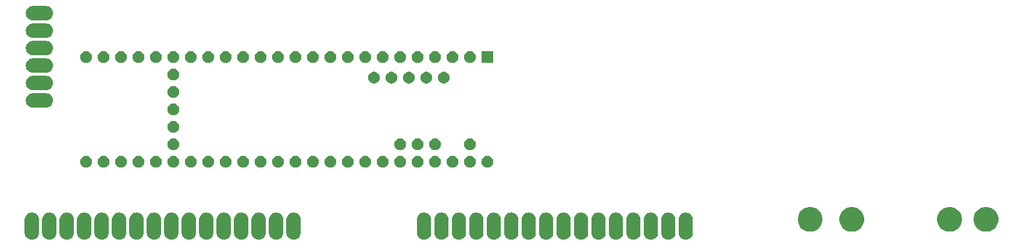
<source format=gbr>
G04 #@! TF.GenerationSoftware,KiCad,Pcbnew,(5.1.2)-2*
G04 #@! TF.CreationDate,2019-12-19T20:01:48-08:00*
G04 #@! TF.ProjectId,motherboard,6d6f7468-6572-4626-9f61-72642e6b6963,rev?*
G04 #@! TF.SameCoordinates,Original*
G04 #@! TF.FileFunction,Soldermask,Bot*
G04 #@! TF.FilePolarity,Negative*
%FSLAX46Y46*%
G04 Gerber Fmt 4.6, Leading zero omitted, Abs format (unit mm)*
G04 Created by KiCad (PCBNEW (5.1.2)-2) date 2019-12-19 20:01:48*
%MOMM*%
%LPD*%
G04 APERTURE LIST*
%ADD10C,0.100000*%
G04 APERTURE END LIST*
D10*
G36*
X168604147Y-126033868D02*
G01*
X168800456Y-126093418D01*
X168900526Y-126146907D01*
X168981370Y-126190119D01*
X169022677Y-126224019D01*
X169139944Y-126320256D01*
X169270082Y-126478831D01*
X169366782Y-126659743D01*
X169426332Y-126856052D01*
X169441400Y-127009045D01*
X169441400Y-128990955D01*
X169426332Y-129143948D01*
X169366782Y-129340257D01*
X169270082Y-129521169D01*
X169139944Y-129679744D01*
X168981369Y-129809882D01*
X168800457Y-129906582D01*
X168604148Y-129966132D01*
X168400000Y-129986238D01*
X168195853Y-129966132D01*
X167999544Y-129906582D01*
X167818632Y-129809882D01*
X167660057Y-129679744D01*
X167529919Y-129521169D01*
X167433219Y-129340257D01*
X167373669Y-129143948D01*
X167358601Y-128990955D01*
X167358600Y-127009046D01*
X167373668Y-126856053D01*
X167433218Y-126659744D01*
X167529918Y-126478832D01*
X167529919Y-126478830D01*
X167563819Y-126437523D01*
X167660056Y-126320256D01*
X167818631Y-126190118D01*
X167999543Y-126093418D01*
X168195852Y-126033868D01*
X168400000Y-126013762D01*
X168604147Y-126033868D01*
X168604147Y-126033868D01*
G37*
G36*
X148284147Y-126033868D02*
G01*
X148480456Y-126093418D01*
X148580526Y-126146907D01*
X148661370Y-126190119D01*
X148702677Y-126224019D01*
X148819944Y-126320256D01*
X148950082Y-126478831D01*
X149046782Y-126659743D01*
X149106332Y-126856052D01*
X149121400Y-127009045D01*
X149121400Y-128990955D01*
X149106332Y-129143948D01*
X149046782Y-129340257D01*
X148950082Y-129521169D01*
X148819944Y-129679744D01*
X148661369Y-129809882D01*
X148480457Y-129906582D01*
X148284148Y-129966132D01*
X148080000Y-129986238D01*
X147875853Y-129966132D01*
X147679544Y-129906582D01*
X147498632Y-129809882D01*
X147340057Y-129679744D01*
X147209919Y-129521169D01*
X147113219Y-129340257D01*
X147053669Y-129143948D01*
X147038601Y-128990955D01*
X147038600Y-127009046D01*
X147053668Y-126856053D01*
X147113218Y-126659744D01*
X147209918Y-126478832D01*
X147209919Y-126478830D01*
X147243819Y-126437523D01*
X147340056Y-126320256D01*
X147498631Y-126190118D01*
X147679543Y-126093418D01*
X147875852Y-126033868D01*
X148080000Y-126013762D01*
X148284147Y-126033868D01*
X148284147Y-126033868D01*
G37*
G36*
X150824147Y-126033868D02*
G01*
X151020456Y-126093418D01*
X151120526Y-126146907D01*
X151201370Y-126190119D01*
X151242677Y-126224019D01*
X151359944Y-126320256D01*
X151490082Y-126478831D01*
X151586782Y-126659743D01*
X151646332Y-126856052D01*
X151661400Y-127009045D01*
X151661400Y-128990955D01*
X151646332Y-129143948D01*
X151586782Y-129340257D01*
X151490082Y-129521169D01*
X151359944Y-129679744D01*
X151201369Y-129809882D01*
X151020457Y-129906582D01*
X150824148Y-129966132D01*
X150620000Y-129986238D01*
X150415853Y-129966132D01*
X150219544Y-129906582D01*
X150038632Y-129809882D01*
X149880057Y-129679744D01*
X149749919Y-129521169D01*
X149653219Y-129340257D01*
X149593669Y-129143948D01*
X149578601Y-128990955D01*
X149578600Y-127009046D01*
X149593668Y-126856053D01*
X149653218Y-126659744D01*
X149749918Y-126478832D01*
X149749919Y-126478830D01*
X149783819Y-126437523D01*
X149880056Y-126320256D01*
X150038631Y-126190118D01*
X150219543Y-126093418D01*
X150415852Y-126033868D01*
X150620000Y-126013762D01*
X150824147Y-126033868D01*
X150824147Y-126033868D01*
G37*
G36*
X153364147Y-126033868D02*
G01*
X153560456Y-126093418D01*
X153660526Y-126146907D01*
X153741370Y-126190119D01*
X153782677Y-126224019D01*
X153899944Y-126320256D01*
X154030082Y-126478831D01*
X154126782Y-126659743D01*
X154186332Y-126856052D01*
X154201400Y-127009045D01*
X154201400Y-128990955D01*
X154186332Y-129143948D01*
X154126782Y-129340257D01*
X154030082Y-129521169D01*
X153899944Y-129679744D01*
X153741369Y-129809882D01*
X153560457Y-129906582D01*
X153364148Y-129966132D01*
X153160000Y-129986238D01*
X152955853Y-129966132D01*
X152759544Y-129906582D01*
X152578632Y-129809882D01*
X152420057Y-129679744D01*
X152289919Y-129521169D01*
X152193219Y-129340257D01*
X152133669Y-129143948D01*
X152118601Y-128990955D01*
X152118600Y-127009046D01*
X152133668Y-126856053D01*
X152193218Y-126659744D01*
X152289918Y-126478832D01*
X152289919Y-126478830D01*
X152323819Y-126437523D01*
X152420056Y-126320256D01*
X152578631Y-126190118D01*
X152759543Y-126093418D01*
X152955852Y-126033868D01*
X153160000Y-126013762D01*
X153364147Y-126033868D01*
X153364147Y-126033868D01*
G37*
G36*
X155904147Y-126033868D02*
G01*
X156100456Y-126093418D01*
X156200526Y-126146907D01*
X156281370Y-126190119D01*
X156322677Y-126224019D01*
X156439944Y-126320256D01*
X156570082Y-126478831D01*
X156666782Y-126659743D01*
X156726332Y-126856052D01*
X156741400Y-127009045D01*
X156741400Y-128990955D01*
X156726332Y-129143948D01*
X156666782Y-129340257D01*
X156570082Y-129521169D01*
X156439944Y-129679744D01*
X156281369Y-129809882D01*
X156100457Y-129906582D01*
X155904148Y-129966132D01*
X155700000Y-129986238D01*
X155495853Y-129966132D01*
X155299544Y-129906582D01*
X155118632Y-129809882D01*
X154960057Y-129679744D01*
X154829919Y-129521169D01*
X154733219Y-129340257D01*
X154673669Y-129143948D01*
X154658601Y-128990955D01*
X154658600Y-127009046D01*
X154673668Y-126856053D01*
X154733218Y-126659744D01*
X154829918Y-126478832D01*
X154829919Y-126478830D01*
X154863819Y-126437523D01*
X154960056Y-126320256D01*
X155118631Y-126190118D01*
X155299543Y-126093418D01*
X155495852Y-126033868D01*
X155700000Y-126013762D01*
X155904147Y-126033868D01*
X155904147Y-126033868D01*
G37*
G36*
X158444147Y-126033868D02*
G01*
X158640456Y-126093418D01*
X158740526Y-126146907D01*
X158821370Y-126190119D01*
X158862677Y-126224019D01*
X158979944Y-126320256D01*
X159110082Y-126478831D01*
X159206782Y-126659743D01*
X159266332Y-126856052D01*
X159281400Y-127009045D01*
X159281400Y-128990955D01*
X159266332Y-129143948D01*
X159206782Y-129340257D01*
X159110082Y-129521169D01*
X158979944Y-129679744D01*
X158821369Y-129809882D01*
X158640457Y-129906582D01*
X158444148Y-129966132D01*
X158240000Y-129986238D01*
X158035853Y-129966132D01*
X157839544Y-129906582D01*
X157658632Y-129809882D01*
X157500057Y-129679744D01*
X157369919Y-129521169D01*
X157273219Y-129340257D01*
X157213669Y-129143948D01*
X157198601Y-128990955D01*
X157198600Y-127009046D01*
X157213668Y-126856053D01*
X157273218Y-126659744D01*
X157369918Y-126478832D01*
X157369919Y-126478830D01*
X157403819Y-126437523D01*
X157500056Y-126320256D01*
X157658631Y-126190118D01*
X157839543Y-126093418D01*
X158035852Y-126033868D01*
X158240000Y-126013762D01*
X158444147Y-126033868D01*
X158444147Y-126033868D01*
G37*
G36*
X160984147Y-126033868D02*
G01*
X161180456Y-126093418D01*
X161280526Y-126146907D01*
X161361370Y-126190119D01*
X161402677Y-126224019D01*
X161519944Y-126320256D01*
X161650082Y-126478831D01*
X161746782Y-126659743D01*
X161806332Y-126856052D01*
X161821400Y-127009045D01*
X161821400Y-128990955D01*
X161806332Y-129143948D01*
X161746782Y-129340257D01*
X161650082Y-129521169D01*
X161519944Y-129679744D01*
X161361369Y-129809882D01*
X161180457Y-129906582D01*
X160984148Y-129966132D01*
X160780000Y-129986238D01*
X160575853Y-129966132D01*
X160379544Y-129906582D01*
X160198632Y-129809882D01*
X160040057Y-129679744D01*
X159909919Y-129521169D01*
X159813219Y-129340257D01*
X159753669Y-129143948D01*
X159738601Y-128990955D01*
X159738600Y-127009046D01*
X159753668Y-126856053D01*
X159813218Y-126659744D01*
X159909918Y-126478832D01*
X159909919Y-126478830D01*
X159943819Y-126437523D01*
X160040056Y-126320256D01*
X160198631Y-126190118D01*
X160379543Y-126093418D01*
X160575852Y-126033868D01*
X160780000Y-126013762D01*
X160984147Y-126033868D01*
X160984147Y-126033868D01*
G37*
G36*
X163524147Y-126033868D02*
G01*
X163720456Y-126093418D01*
X163820526Y-126146907D01*
X163901370Y-126190119D01*
X163942677Y-126224019D01*
X164059944Y-126320256D01*
X164190082Y-126478831D01*
X164286782Y-126659743D01*
X164346332Y-126856052D01*
X164361400Y-127009045D01*
X164361400Y-128990955D01*
X164346332Y-129143948D01*
X164286782Y-129340257D01*
X164190082Y-129521169D01*
X164059944Y-129679744D01*
X163901369Y-129809882D01*
X163720457Y-129906582D01*
X163524148Y-129966132D01*
X163320000Y-129986238D01*
X163115853Y-129966132D01*
X162919544Y-129906582D01*
X162738632Y-129809882D01*
X162580057Y-129679744D01*
X162449919Y-129521169D01*
X162353219Y-129340257D01*
X162293669Y-129143948D01*
X162278601Y-128990955D01*
X162278600Y-127009046D01*
X162293668Y-126856053D01*
X162353218Y-126659744D01*
X162449918Y-126478832D01*
X162449919Y-126478830D01*
X162483819Y-126437523D01*
X162580056Y-126320256D01*
X162738631Y-126190118D01*
X162919543Y-126093418D01*
X163115852Y-126033868D01*
X163320000Y-126013762D01*
X163524147Y-126033868D01*
X163524147Y-126033868D01*
G37*
G36*
X166064147Y-126033868D02*
G01*
X166260456Y-126093418D01*
X166360526Y-126146907D01*
X166441370Y-126190119D01*
X166482677Y-126224019D01*
X166599944Y-126320256D01*
X166730082Y-126478831D01*
X166826782Y-126659743D01*
X166886332Y-126856052D01*
X166901400Y-127009045D01*
X166901400Y-128990955D01*
X166886332Y-129143948D01*
X166826782Y-129340257D01*
X166730082Y-129521169D01*
X166599944Y-129679744D01*
X166441369Y-129809882D01*
X166260457Y-129906582D01*
X166064148Y-129966132D01*
X165860000Y-129986238D01*
X165655853Y-129966132D01*
X165459544Y-129906582D01*
X165278632Y-129809882D01*
X165120057Y-129679744D01*
X164989919Y-129521169D01*
X164893219Y-129340257D01*
X164833669Y-129143948D01*
X164818601Y-128990955D01*
X164818600Y-127009046D01*
X164833668Y-126856053D01*
X164893218Y-126659744D01*
X164989918Y-126478832D01*
X164989919Y-126478830D01*
X165023819Y-126437523D01*
X165120056Y-126320256D01*
X165278631Y-126190118D01*
X165459543Y-126093418D01*
X165655852Y-126033868D01*
X165860000Y-126013762D01*
X166064147Y-126033868D01*
X166064147Y-126033868D01*
G37*
G36*
X121664147Y-126033868D02*
G01*
X121860456Y-126093418D01*
X121960526Y-126146907D01*
X122041370Y-126190119D01*
X122082677Y-126224019D01*
X122199944Y-126320256D01*
X122330082Y-126478831D01*
X122426782Y-126659743D01*
X122486332Y-126856052D01*
X122501400Y-127009045D01*
X122501400Y-128990955D01*
X122486332Y-129143948D01*
X122426782Y-129340257D01*
X122330082Y-129521169D01*
X122199944Y-129679744D01*
X122041369Y-129809882D01*
X121860457Y-129906582D01*
X121664148Y-129966132D01*
X121460000Y-129986238D01*
X121255853Y-129966132D01*
X121059544Y-129906582D01*
X120878632Y-129809882D01*
X120720057Y-129679744D01*
X120589919Y-129521169D01*
X120493219Y-129340257D01*
X120433669Y-129143948D01*
X120418601Y-128990955D01*
X120418600Y-127009046D01*
X120433668Y-126856053D01*
X120493218Y-126659744D01*
X120589918Y-126478832D01*
X120589919Y-126478830D01*
X120623819Y-126437523D01*
X120720056Y-126320256D01*
X120878631Y-126190118D01*
X121059543Y-126093418D01*
X121255852Y-126033868D01*
X121460000Y-126013762D01*
X121664147Y-126033868D01*
X121664147Y-126033868D01*
G37*
G36*
X171144147Y-126033868D02*
G01*
X171340456Y-126093418D01*
X171440526Y-126146907D01*
X171521370Y-126190119D01*
X171562677Y-126224019D01*
X171679944Y-126320256D01*
X171810082Y-126478831D01*
X171906782Y-126659743D01*
X171966332Y-126856052D01*
X171981400Y-127009045D01*
X171981400Y-128990955D01*
X171966332Y-129143948D01*
X171906782Y-129340257D01*
X171810082Y-129521169D01*
X171679944Y-129679744D01*
X171521369Y-129809882D01*
X171340457Y-129906582D01*
X171144148Y-129966132D01*
X170940000Y-129986238D01*
X170735853Y-129966132D01*
X170539544Y-129906582D01*
X170358632Y-129809882D01*
X170200057Y-129679744D01*
X170069919Y-129521169D01*
X169973219Y-129340257D01*
X169913669Y-129143948D01*
X169898601Y-128990955D01*
X169898600Y-127009046D01*
X169913668Y-126856053D01*
X169973218Y-126659744D01*
X170069918Y-126478832D01*
X170069919Y-126478830D01*
X170103819Y-126437523D01*
X170200056Y-126320256D01*
X170358631Y-126190118D01*
X170539543Y-126093418D01*
X170735852Y-126033868D01*
X170940000Y-126013762D01*
X171144147Y-126033868D01*
X171144147Y-126033868D01*
G37*
G36*
X173684147Y-126033868D02*
G01*
X173880456Y-126093418D01*
X173980526Y-126146907D01*
X174061370Y-126190119D01*
X174102677Y-126224019D01*
X174219944Y-126320256D01*
X174350082Y-126478831D01*
X174446782Y-126659743D01*
X174506332Y-126856052D01*
X174521400Y-127009045D01*
X174521400Y-128990955D01*
X174506332Y-129143948D01*
X174446782Y-129340257D01*
X174350082Y-129521169D01*
X174219944Y-129679744D01*
X174061369Y-129809882D01*
X173880457Y-129906582D01*
X173684148Y-129966132D01*
X173480000Y-129986238D01*
X173275853Y-129966132D01*
X173079544Y-129906582D01*
X172898632Y-129809882D01*
X172740057Y-129679744D01*
X172609919Y-129521169D01*
X172513219Y-129340257D01*
X172453669Y-129143948D01*
X172438601Y-128990955D01*
X172438600Y-127009046D01*
X172453668Y-126856053D01*
X172513218Y-126659744D01*
X172609918Y-126478832D01*
X172609919Y-126478830D01*
X172643819Y-126437523D01*
X172740056Y-126320256D01*
X172898631Y-126190118D01*
X173079543Y-126093418D01*
X173275852Y-126033868D01*
X173480000Y-126013762D01*
X173684147Y-126033868D01*
X173684147Y-126033868D01*
G37*
G36*
X176224147Y-126033868D02*
G01*
X176420456Y-126093418D01*
X176520526Y-126146907D01*
X176601370Y-126190119D01*
X176642677Y-126224019D01*
X176759944Y-126320256D01*
X176890082Y-126478831D01*
X176986782Y-126659743D01*
X177046332Y-126856052D01*
X177061400Y-127009045D01*
X177061400Y-128990955D01*
X177046332Y-129143948D01*
X176986782Y-129340257D01*
X176890082Y-129521169D01*
X176759944Y-129679744D01*
X176601369Y-129809882D01*
X176420457Y-129906582D01*
X176224148Y-129966132D01*
X176020000Y-129986238D01*
X175815853Y-129966132D01*
X175619544Y-129906582D01*
X175438632Y-129809882D01*
X175280057Y-129679744D01*
X175149919Y-129521169D01*
X175053219Y-129340257D01*
X174993669Y-129143948D01*
X174978601Y-128990955D01*
X174978600Y-127009046D01*
X174993668Y-126856053D01*
X175053218Y-126659744D01*
X175149918Y-126478832D01*
X175149919Y-126478830D01*
X175183819Y-126437523D01*
X175280056Y-126320256D01*
X175438631Y-126190118D01*
X175619543Y-126093418D01*
X175815852Y-126033868D01*
X176020000Y-126013762D01*
X176224147Y-126033868D01*
X176224147Y-126033868D01*
G37*
G36*
X178764147Y-126033868D02*
G01*
X178960456Y-126093418D01*
X179060526Y-126146907D01*
X179141370Y-126190119D01*
X179182677Y-126224019D01*
X179299944Y-126320256D01*
X179430082Y-126478831D01*
X179526782Y-126659743D01*
X179586332Y-126856052D01*
X179601400Y-127009045D01*
X179601400Y-128990955D01*
X179586332Y-129143948D01*
X179526782Y-129340257D01*
X179430082Y-129521169D01*
X179299944Y-129679744D01*
X179141369Y-129809882D01*
X178960457Y-129906582D01*
X178764148Y-129966132D01*
X178560000Y-129986238D01*
X178355853Y-129966132D01*
X178159544Y-129906582D01*
X177978632Y-129809882D01*
X177820057Y-129679744D01*
X177689919Y-129521169D01*
X177593219Y-129340257D01*
X177533669Y-129143948D01*
X177518601Y-128990955D01*
X177518600Y-127009046D01*
X177533668Y-126856053D01*
X177593218Y-126659744D01*
X177689918Y-126478832D01*
X177689919Y-126478830D01*
X177723819Y-126437523D01*
X177820056Y-126320256D01*
X177978631Y-126190118D01*
X178159543Y-126093418D01*
X178355852Y-126033868D01*
X178560000Y-126013762D01*
X178764147Y-126033868D01*
X178764147Y-126033868D01*
G37*
G36*
X181304147Y-126033868D02*
G01*
X181500456Y-126093418D01*
X181600526Y-126146907D01*
X181681370Y-126190119D01*
X181722677Y-126224019D01*
X181839944Y-126320256D01*
X181970082Y-126478831D01*
X182066782Y-126659743D01*
X182126332Y-126856052D01*
X182141400Y-127009045D01*
X182141400Y-128990955D01*
X182126332Y-129143948D01*
X182066782Y-129340257D01*
X181970082Y-129521169D01*
X181839944Y-129679744D01*
X181681369Y-129809882D01*
X181500457Y-129906582D01*
X181304148Y-129966132D01*
X181100000Y-129986238D01*
X180895853Y-129966132D01*
X180699544Y-129906582D01*
X180518632Y-129809882D01*
X180360057Y-129679744D01*
X180229919Y-129521169D01*
X180133219Y-129340257D01*
X180073669Y-129143948D01*
X180058601Y-128990955D01*
X180058600Y-127009046D01*
X180073668Y-126856053D01*
X180133218Y-126659744D01*
X180229918Y-126478832D01*
X180229919Y-126478830D01*
X180263819Y-126437523D01*
X180360056Y-126320256D01*
X180518631Y-126190118D01*
X180699543Y-126093418D01*
X180895852Y-126033868D01*
X181100000Y-126013762D01*
X181304147Y-126033868D01*
X181304147Y-126033868D01*
G37*
G36*
X124204147Y-126033868D02*
G01*
X124400456Y-126093418D01*
X124500526Y-126146907D01*
X124581370Y-126190119D01*
X124622677Y-126224019D01*
X124739944Y-126320256D01*
X124870082Y-126478831D01*
X124966782Y-126659743D01*
X125026332Y-126856052D01*
X125041400Y-127009045D01*
X125041400Y-128990955D01*
X125026332Y-129143948D01*
X124966782Y-129340257D01*
X124870082Y-129521169D01*
X124739944Y-129679744D01*
X124581369Y-129809882D01*
X124400457Y-129906582D01*
X124204148Y-129966132D01*
X124000000Y-129986238D01*
X123795853Y-129966132D01*
X123599544Y-129906582D01*
X123418632Y-129809882D01*
X123260057Y-129679744D01*
X123129919Y-129521169D01*
X123033219Y-129340257D01*
X122973669Y-129143948D01*
X122958601Y-128990955D01*
X122958600Y-127009046D01*
X122973668Y-126856053D01*
X123033218Y-126659744D01*
X123129918Y-126478832D01*
X123129919Y-126478830D01*
X123163819Y-126437523D01*
X123260056Y-126320256D01*
X123418631Y-126190118D01*
X123599543Y-126093418D01*
X123795852Y-126033868D01*
X124000000Y-126013762D01*
X124204147Y-126033868D01*
X124204147Y-126033868D01*
G37*
G36*
X145744147Y-126033868D02*
G01*
X145940456Y-126093418D01*
X146040526Y-126146907D01*
X146121370Y-126190119D01*
X146162677Y-126224019D01*
X146279944Y-126320256D01*
X146410082Y-126478831D01*
X146506782Y-126659743D01*
X146566332Y-126856052D01*
X146581400Y-127009045D01*
X146581400Y-128990955D01*
X146566332Y-129143948D01*
X146506782Y-129340257D01*
X146410082Y-129521169D01*
X146279944Y-129679744D01*
X146121369Y-129809882D01*
X145940457Y-129906582D01*
X145744148Y-129966132D01*
X145540000Y-129986238D01*
X145335853Y-129966132D01*
X145139544Y-129906582D01*
X144958632Y-129809882D01*
X144800057Y-129679744D01*
X144669919Y-129521169D01*
X144573219Y-129340257D01*
X144513669Y-129143948D01*
X144498601Y-128990955D01*
X144498600Y-127009046D01*
X144513668Y-126856053D01*
X144573218Y-126659744D01*
X144669918Y-126478832D01*
X144669919Y-126478830D01*
X144703819Y-126437523D01*
X144800056Y-126320256D01*
X144958631Y-126190118D01*
X145139543Y-126093418D01*
X145335852Y-126033868D01*
X145540000Y-126013762D01*
X145744147Y-126033868D01*
X145744147Y-126033868D01*
G37*
G36*
X143204147Y-126033868D02*
G01*
X143400456Y-126093418D01*
X143500526Y-126146907D01*
X143581370Y-126190119D01*
X143622677Y-126224019D01*
X143739944Y-126320256D01*
X143870082Y-126478831D01*
X143966782Y-126659743D01*
X144026332Y-126856052D01*
X144041400Y-127009045D01*
X144041400Y-128990955D01*
X144026332Y-129143948D01*
X143966782Y-129340257D01*
X143870082Y-129521169D01*
X143739944Y-129679744D01*
X143581369Y-129809882D01*
X143400457Y-129906582D01*
X143204148Y-129966132D01*
X143000000Y-129986238D01*
X142795853Y-129966132D01*
X142599544Y-129906582D01*
X142418632Y-129809882D01*
X142260057Y-129679744D01*
X142129919Y-129521169D01*
X142033219Y-129340257D01*
X141973669Y-129143948D01*
X141958601Y-128990955D01*
X141958600Y-127009046D01*
X141973668Y-126856053D01*
X142033218Y-126659744D01*
X142129918Y-126478832D01*
X142129919Y-126478830D01*
X142163819Y-126437523D01*
X142260056Y-126320256D01*
X142418631Y-126190118D01*
X142599543Y-126093418D01*
X142795852Y-126033868D01*
X143000000Y-126013762D01*
X143204147Y-126033868D01*
X143204147Y-126033868D01*
G37*
G36*
X119124147Y-126033868D02*
G01*
X119320456Y-126093418D01*
X119420526Y-126146907D01*
X119501370Y-126190119D01*
X119542677Y-126224019D01*
X119659944Y-126320256D01*
X119790082Y-126478831D01*
X119886782Y-126659743D01*
X119946332Y-126856052D01*
X119961400Y-127009045D01*
X119961400Y-128990955D01*
X119946332Y-129143948D01*
X119886782Y-129340257D01*
X119790082Y-129521169D01*
X119659944Y-129679744D01*
X119501369Y-129809882D01*
X119320457Y-129906582D01*
X119124148Y-129966132D01*
X118920000Y-129986238D01*
X118715853Y-129966132D01*
X118519544Y-129906582D01*
X118338632Y-129809882D01*
X118180057Y-129679744D01*
X118049919Y-129521169D01*
X117953219Y-129340257D01*
X117893669Y-129143948D01*
X117878601Y-128990955D01*
X117878600Y-127009046D01*
X117893668Y-126856053D01*
X117953218Y-126659744D01*
X118049918Y-126478832D01*
X118049919Y-126478830D01*
X118083819Y-126437523D01*
X118180056Y-126320256D01*
X118338631Y-126190118D01*
X118519543Y-126093418D01*
X118715852Y-126033868D01*
X118920000Y-126013762D01*
X119124147Y-126033868D01*
X119124147Y-126033868D01*
G37*
G36*
X116584147Y-126033868D02*
G01*
X116780456Y-126093418D01*
X116880526Y-126146907D01*
X116961370Y-126190119D01*
X117002677Y-126224019D01*
X117119944Y-126320256D01*
X117250082Y-126478831D01*
X117346782Y-126659743D01*
X117406332Y-126856052D01*
X117421400Y-127009045D01*
X117421400Y-128990955D01*
X117406332Y-129143948D01*
X117346782Y-129340257D01*
X117250082Y-129521169D01*
X117119944Y-129679744D01*
X116961369Y-129809882D01*
X116780457Y-129906582D01*
X116584148Y-129966132D01*
X116380000Y-129986238D01*
X116175853Y-129966132D01*
X115979544Y-129906582D01*
X115798632Y-129809882D01*
X115640057Y-129679744D01*
X115509919Y-129521169D01*
X115413219Y-129340257D01*
X115353669Y-129143948D01*
X115338601Y-128990955D01*
X115338600Y-127009046D01*
X115353668Y-126856053D01*
X115413218Y-126659744D01*
X115509918Y-126478832D01*
X115509919Y-126478830D01*
X115543819Y-126437523D01*
X115640056Y-126320256D01*
X115798631Y-126190118D01*
X115979543Y-126093418D01*
X116175852Y-126033868D01*
X116380000Y-126013762D01*
X116584147Y-126033868D01*
X116584147Y-126033868D01*
G37*
G36*
X114044147Y-126033868D02*
G01*
X114240456Y-126093418D01*
X114340526Y-126146907D01*
X114421370Y-126190119D01*
X114462677Y-126224019D01*
X114579944Y-126320256D01*
X114710082Y-126478831D01*
X114806782Y-126659743D01*
X114866332Y-126856052D01*
X114881400Y-127009045D01*
X114881400Y-128990955D01*
X114866332Y-129143948D01*
X114806782Y-129340257D01*
X114710082Y-129521169D01*
X114579944Y-129679744D01*
X114421369Y-129809882D01*
X114240457Y-129906582D01*
X114044148Y-129966132D01*
X113840000Y-129986238D01*
X113635853Y-129966132D01*
X113439544Y-129906582D01*
X113258632Y-129809882D01*
X113100057Y-129679744D01*
X112969919Y-129521169D01*
X112873219Y-129340257D01*
X112813669Y-129143948D01*
X112798601Y-128990955D01*
X112798600Y-127009046D01*
X112813668Y-126856053D01*
X112873218Y-126659744D01*
X112969918Y-126478832D01*
X112969919Y-126478830D01*
X113003819Y-126437523D01*
X113100056Y-126320256D01*
X113258631Y-126190118D01*
X113439543Y-126093418D01*
X113635852Y-126033868D01*
X113840000Y-126013762D01*
X114044147Y-126033868D01*
X114044147Y-126033868D01*
G37*
G36*
X111504147Y-126033868D02*
G01*
X111700456Y-126093418D01*
X111800526Y-126146907D01*
X111881370Y-126190119D01*
X111922677Y-126224019D01*
X112039944Y-126320256D01*
X112170082Y-126478831D01*
X112266782Y-126659743D01*
X112326332Y-126856052D01*
X112341400Y-127009045D01*
X112341400Y-128990955D01*
X112326332Y-129143948D01*
X112266782Y-129340257D01*
X112170082Y-129521169D01*
X112039944Y-129679744D01*
X111881369Y-129809882D01*
X111700457Y-129906582D01*
X111504148Y-129966132D01*
X111300000Y-129986238D01*
X111095853Y-129966132D01*
X110899544Y-129906582D01*
X110718632Y-129809882D01*
X110560057Y-129679744D01*
X110429919Y-129521169D01*
X110333219Y-129340257D01*
X110273669Y-129143948D01*
X110258601Y-128990955D01*
X110258600Y-127009046D01*
X110273668Y-126856053D01*
X110333218Y-126659744D01*
X110429918Y-126478832D01*
X110429919Y-126478830D01*
X110463819Y-126437523D01*
X110560056Y-126320256D01*
X110718631Y-126190118D01*
X110899543Y-126093418D01*
X111095852Y-126033868D01*
X111300000Y-126013762D01*
X111504147Y-126033868D01*
X111504147Y-126033868D01*
G37*
G36*
X108964147Y-126033868D02*
G01*
X109160456Y-126093418D01*
X109260526Y-126146907D01*
X109341370Y-126190119D01*
X109382677Y-126224019D01*
X109499944Y-126320256D01*
X109630082Y-126478831D01*
X109726782Y-126659743D01*
X109786332Y-126856052D01*
X109801400Y-127009045D01*
X109801400Y-128990955D01*
X109786332Y-129143948D01*
X109726782Y-129340257D01*
X109630082Y-129521169D01*
X109499944Y-129679744D01*
X109341369Y-129809882D01*
X109160457Y-129906582D01*
X108964148Y-129966132D01*
X108760000Y-129986238D01*
X108555853Y-129966132D01*
X108359544Y-129906582D01*
X108178632Y-129809882D01*
X108020057Y-129679744D01*
X107889919Y-129521169D01*
X107793219Y-129340257D01*
X107733669Y-129143948D01*
X107718601Y-128990955D01*
X107718600Y-127009046D01*
X107733668Y-126856053D01*
X107793218Y-126659744D01*
X107889918Y-126478832D01*
X107889919Y-126478830D01*
X107923819Y-126437523D01*
X108020056Y-126320256D01*
X108178631Y-126190118D01*
X108359543Y-126093418D01*
X108555852Y-126033868D01*
X108760000Y-126013762D01*
X108964147Y-126033868D01*
X108964147Y-126033868D01*
G37*
G36*
X106424147Y-126033868D02*
G01*
X106620456Y-126093418D01*
X106720526Y-126146907D01*
X106801370Y-126190119D01*
X106842677Y-126224019D01*
X106959944Y-126320256D01*
X107090082Y-126478831D01*
X107186782Y-126659743D01*
X107246332Y-126856052D01*
X107261400Y-127009045D01*
X107261400Y-128990955D01*
X107246332Y-129143948D01*
X107186782Y-129340257D01*
X107090082Y-129521169D01*
X106959944Y-129679744D01*
X106801369Y-129809882D01*
X106620457Y-129906582D01*
X106424148Y-129966132D01*
X106220000Y-129986238D01*
X106015853Y-129966132D01*
X105819544Y-129906582D01*
X105638632Y-129809882D01*
X105480057Y-129679744D01*
X105349919Y-129521169D01*
X105253219Y-129340257D01*
X105193669Y-129143948D01*
X105178601Y-128990955D01*
X105178600Y-127009046D01*
X105193668Y-126856053D01*
X105253218Y-126659744D01*
X105349918Y-126478832D01*
X105349919Y-126478830D01*
X105383819Y-126437523D01*
X105480056Y-126320256D01*
X105638631Y-126190118D01*
X105819543Y-126093418D01*
X106015852Y-126033868D01*
X106220000Y-126013762D01*
X106424147Y-126033868D01*
X106424147Y-126033868D01*
G37*
G36*
X103884147Y-126033868D02*
G01*
X104080456Y-126093418D01*
X104180526Y-126146907D01*
X104261370Y-126190119D01*
X104302677Y-126224019D01*
X104419944Y-126320256D01*
X104550082Y-126478831D01*
X104646782Y-126659743D01*
X104706332Y-126856052D01*
X104721400Y-127009045D01*
X104721400Y-128990955D01*
X104706332Y-129143948D01*
X104646782Y-129340257D01*
X104550082Y-129521169D01*
X104419944Y-129679744D01*
X104261369Y-129809882D01*
X104080457Y-129906582D01*
X103884148Y-129966132D01*
X103680000Y-129986238D01*
X103475853Y-129966132D01*
X103279544Y-129906582D01*
X103098632Y-129809882D01*
X102940057Y-129679744D01*
X102809919Y-129521169D01*
X102713219Y-129340257D01*
X102653669Y-129143948D01*
X102638601Y-128990955D01*
X102638600Y-127009046D01*
X102653668Y-126856053D01*
X102713218Y-126659744D01*
X102809918Y-126478832D01*
X102809919Y-126478830D01*
X102843819Y-126437523D01*
X102940056Y-126320256D01*
X103098631Y-126190118D01*
X103279543Y-126093418D01*
X103475852Y-126033868D01*
X103680000Y-126013762D01*
X103884147Y-126033868D01*
X103884147Y-126033868D01*
G37*
G36*
X101344147Y-126033868D02*
G01*
X101540456Y-126093418D01*
X101640526Y-126146907D01*
X101721370Y-126190119D01*
X101762677Y-126224019D01*
X101879944Y-126320256D01*
X102010082Y-126478831D01*
X102106782Y-126659743D01*
X102166332Y-126856052D01*
X102181400Y-127009045D01*
X102181400Y-128990955D01*
X102166332Y-129143948D01*
X102106782Y-129340257D01*
X102010082Y-129521169D01*
X101879944Y-129679744D01*
X101721369Y-129809882D01*
X101540457Y-129906582D01*
X101344148Y-129966132D01*
X101140000Y-129986238D01*
X100935853Y-129966132D01*
X100739544Y-129906582D01*
X100558632Y-129809882D01*
X100400057Y-129679744D01*
X100269919Y-129521169D01*
X100173219Y-129340257D01*
X100113669Y-129143948D01*
X100098601Y-128990955D01*
X100098600Y-127009046D01*
X100113668Y-126856053D01*
X100173218Y-126659744D01*
X100269918Y-126478832D01*
X100269919Y-126478830D01*
X100303819Y-126437523D01*
X100400056Y-126320256D01*
X100558631Y-126190118D01*
X100739543Y-126093418D01*
X100935852Y-126033868D01*
X101140000Y-126013762D01*
X101344147Y-126033868D01*
X101344147Y-126033868D01*
G37*
G36*
X98804147Y-126033868D02*
G01*
X99000456Y-126093418D01*
X99100526Y-126146907D01*
X99181370Y-126190119D01*
X99222677Y-126224019D01*
X99339944Y-126320256D01*
X99470082Y-126478831D01*
X99566782Y-126659743D01*
X99626332Y-126856052D01*
X99641400Y-127009045D01*
X99641400Y-128990955D01*
X99626332Y-129143948D01*
X99566782Y-129340257D01*
X99470082Y-129521169D01*
X99339944Y-129679744D01*
X99181369Y-129809882D01*
X99000457Y-129906582D01*
X98804148Y-129966132D01*
X98600000Y-129986238D01*
X98395853Y-129966132D01*
X98199544Y-129906582D01*
X98018632Y-129809882D01*
X97860057Y-129679744D01*
X97729919Y-129521169D01*
X97633219Y-129340257D01*
X97573669Y-129143948D01*
X97558601Y-128990955D01*
X97558600Y-127009046D01*
X97573668Y-126856053D01*
X97633218Y-126659744D01*
X97729918Y-126478832D01*
X97729919Y-126478830D01*
X97763819Y-126437523D01*
X97860056Y-126320256D01*
X98018631Y-126190118D01*
X98199543Y-126093418D01*
X98395852Y-126033868D01*
X98600000Y-126013762D01*
X98804147Y-126033868D01*
X98804147Y-126033868D01*
G37*
G36*
X96264147Y-126033868D02*
G01*
X96460456Y-126093418D01*
X96560526Y-126146907D01*
X96641370Y-126190119D01*
X96682677Y-126224019D01*
X96799944Y-126320256D01*
X96930082Y-126478831D01*
X97026782Y-126659743D01*
X97086332Y-126856052D01*
X97101400Y-127009045D01*
X97101400Y-128990955D01*
X97086332Y-129143948D01*
X97026782Y-129340257D01*
X96930082Y-129521169D01*
X96799944Y-129679744D01*
X96641369Y-129809882D01*
X96460457Y-129906582D01*
X96264148Y-129966132D01*
X96060000Y-129986238D01*
X95855853Y-129966132D01*
X95659544Y-129906582D01*
X95478632Y-129809882D01*
X95320057Y-129679744D01*
X95189919Y-129521169D01*
X95093219Y-129340257D01*
X95033669Y-129143948D01*
X95018601Y-128990955D01*
X95018600Y-127009046D01*
X95033668Y-126856053D01*
X95093218Y-126659744D01*
X95189918Y-126478832D01*
X95189919Y-126478830D01*
X95223819Y-126437523D01*
X95320056Y-126320256D01*
X95478631Y-126190118D01*
X95659543Y-126093418D01*
X95855852Y-126033868D01*
X96060000Y-126013762D01*
X96264147Y-126033868D01*
X96264147Y-126033868D01*
G37*
G36*
X93724147Y-126033868D02*
G01*
X93920456Y-126093418D01*
X94020526Y-126146907D01*
X94101370Y-126190119D01*
X94142677Y-126224019D01*
X94259944Y-126320256D01*
X94390082Y-126478831D01*
X94486782Y-126659743D01*
X94546332Y-126856052D01*
X94561400Y-127009045D01*
X94561400Y-128990955D01*
X94546332Y-129143948D01*
X94486782Y-129340257D01*
X94390082Y-129521169D01*
X94259944Y-129679744D01*
X94101369Y-129809882D01*
X93920457Y-129906582D01*
X93724148Y-129966132D01*
X93520000Y-129986238D01*
X93315853Y-129966132D01*
X93119544Y-129906582D01*
X92938632Y-129809882D01*
X92780057Y-129679744D01*
X92649919Y-129521169D01*
X92553219Y-129340257D01*
X92493669Y-129143948D01*
X92478601Y-128990955D01*
X92478600Y-127009046D01*
X92493668Y-126856053D01*
X92553218Y-126659744D01*
X92649918Y-126478832D01*
X92649919Y-126478830D01*
X92683819Y-126437523D01*
X92780056Y-126320256D01*
X92938631Y-126190118D01*
X93119543Y-126093418D01*
X93315852Y-126033868D01*
X93520000Y-126013762D01*
X93724147Y-126033868D01*
X93724147Y-126033868D01*
G37*
G36*
X91184147Y-126033868D02*
G01*
X91380456Y-126093418D01*
X91480526Y-126146907D01*
X91561370Y-126190119D01*
X91602677Y-126224019D01*
X91719944Y-126320256D01*
X91850082Y-126478831D01*
X91946782Y-126659743D01*
X92006332Y-126856052D01*
X92021400Y-127009045D01*
X92021400Y-128990955D01*
X92006332Y-129143948D01*
X91946782Y-129340257D01*
X91850082Y-129521169D01*
X91719944Y-129679744D01*
X91561369Y-129809882D01*
X91380457Y-129906582D01*
X91184148Y-129966132D01*
X90980000Y-129986238D01*
X90775853Y-129966132D01*
X90579544Y-129906582D01*
X90398632Y-129809882D01*
X90240057Y-129679744D01*
X90109919Y-129521169D01*
X90013219Y-129340257D01*
X89953669Y-129143948D01*
X89938601Y-128990955D01*
X89938600Y-127009046D01*
X89953668Y-126856053D01*
X90013218Y-126659744D01*
X90109918Y-126478832D01*
X90109919Y-126478830D01*
X90143819Y-126437523D01*
X90240056Y-126320256D01*
X90398631Y-126190118D01*
X90579543Y-126093418D01*
X90775852Y-126033868D01*
X90980000Y-126013762D01*
X91184147Y-126033868D01*
X91184147Y-126033868D01*
G37*
G36*
X88644147Y-126033868D02*
G01*
X88840456Y-126093418D01*
X88940526Y-126146907D01*
X89021370Y-126190119D01*
X89062677Y-126224019D01*
X89179944Y-126320256D01*
X89310082Y-126478831D01*
X89406782Y-126659743D01*
X89466332Y-126856052D01*
X89481400Y-127009045D01*
X89481400Y-128990955D01*
X89466332Y-129143948D01*
X89406782Y-129340257D01*
X89310082Y-129521169D01*
X89179944Y-129679744D01*
X89021369Y-129809882D01*
X88840457Y-129906582D01*
X88644148Y-129966132D01*
X88440000Y-129986238D01*
X88235853Y-129966132D01*
X88039544Y-129906582D01*
X87858632Y-129809882D01*
X87700057Y-129679744D01*
X87569919Y-129521169D01*
X87473219Y-129340257D01*
X87413669Y-129143948D01*
X87398601Y-128990955D01*
X87398600Y-127009046D01*
X87413668Y-126856053D01*
X87473218Y-126659744D01*
X87569918Y-126478832D01*
X87569919Y-126478830D01*
X87603819Y-126437523D01*
X87700056Y-126320256D01*
X87858631Y-126190118D01*
X88039543Y-126093418D01*
X88235852Y-126033868D01*
X88440000Y-126013762D01*
X88644147Y-126033868D01*
X88644147Y-126033868D01*
G37*
G36*
X86104147Y-126033868D02*
G01*
X86300456Y-126093418D01*
X86400526Y-126146907D01*
X86481370Y-126190119D01*
X86522677Y-126224019D01*
X86639944Y-126320256D01*
X86770082Y-126478831D01*
X86866782Y-126659743D01*
X86926332Y-126856052D01*
X86941400Y-127009045D01*
X86941400Y-128990955D01*
X86926332Y-129143948D01*
X86866782Y-129340257D01*
X86770082Y-129521169D01*
X86639944Y-129679744D01*
X86481369Y-129809882D01*
X86300457Y-129906582D01*
X86104148Y-129966132D01*
X85900000Y-129986238D01*
X85695853Y-129966132D01*
X85499544Y-129906582D01*
X85318632Y-129809882D01*
X85160057Y-129679744D01*
X85029919Y-129521169D01*
X84933219Y-129340257D01*
X84873669Y-129143948D01*
X84858601Y-128990955D01*
X84858600Y-127009046D01*
X84873668Y-126856053D01*
X84933218Y-126659744D01*
X85029918Y-126478832D01*
X85029919Y-126478830D01*
X85063819Y-126437523D01*
X85160056Y-126320256D01*
X85318631Y-126190118D01*
X85499543Y-126093418D01*
X85695852Y-126033868D01*
X85900000Y-126013762D01*
X86104147Y-126033868D01*
X86104147Y-126033868D01*
G37*
G36*
X199725331Y-125268211D02*
G01*
X200053092Y-125403974D01*
X200348070Y-125601072D01*
X200598928Y-125851930D01*
X200796026Y-126146908D01*
X200931789Y-126474669D01*
X201001000Y-126822616D01*
X201001000Y-127177384D01*
X200931789Y-127525331D01*
X200796026Y-127853092D01*
X200598928Y-128148070D01*
X200348070Y-128398928D01*
X200053092Y-128596026D01*
X199725331Y-128731789D01*
X199377384Y-128801000D01*
X199022616Y-128801000D01*
X198674669Y-128731789D01*
X198346908Y-128596026D01*
X198051930Y-128398928D01*
X197801072Y-128148070D01*
X197603974Y-127853092D01*
X197468211Y-127525331D01*
X197399000Y-127177384D01*
X197399000Y-126822616D01*
X197468211Y-126474669D01*
X197603974Y-126146908D01*
X197801072Y-125851930D01*
X198051930Y-125601072D01*
X198346908Y-125403974D01*
X198674669Y-125268211D01*
X199022616Y-125199000D01*
X199377384Y-125199000D01*
X199725331Y-125268211D01*
X199725331Y-125268211D01*
G37*
G36*
X205775331Y-125268211D02*
G01*
X206103092Y-125403974D01*
X206398070Y-125601072D01*
X206648928Y-125851930D01*
X206846026Y-126146908D01*
X206981789Y-126474669D01*
X207051000Y-126822616D01*
X207051000Y-127177384D01*
X206981789Y-127525331D01*
X206846026Y-127853092D01*
X206648928Y-128148070D01*
X206398070Y-128398928D01*
X206103092Y-128596026D01*
X205775331Y-128731789D01*
X205427384Y-128801000D01*
X205072616Y-128801000D01*
X204724669Y-128731789D01*
X204396908Y-128596026D01*
X204101930Y-128398928D01*
X203851072Y-128148070D01*
X203653974Y-127853092D01*
X203518211Y-127525331D01*
X203449000Y-127177384D01*
X203449000Y-126822616D01*
X203518211Y-126474669D01*
X203653974Y-126146908D01*
X203851072Y-125851930D01*
X204101930Y-125601072D01*
X204396908Y-125403974D01*
X204724669Y-125268211D01*
X205072616Y-125199000D01*
X205427384Y-125199000D01*
X205775331Y-125268211D01*
X205775331Y-125268211D01*
G37*
G36*
X220025331Y-125268211D02*
G01*
X220353092Y-125403974D01*
X220648070Y-125601072D01*
X220898928Y-125851930D01*
X221096026Y-126146908D01*
X221231789Y-126474669D01*
X221301000Y-126822616D01*
X221301000Y-127177384D01*
X221231789Y-127525331D01*
X221096026Y-127853092D01*
X220898928Y-128148070D01*
X220648070Y-128398928D01*
X220353092Y-128596026D01*
X220025331Y-128731789D01*
X219677384Y-128801000D01*
X219322616Y-128801000D01*
X218974669Y-128731789D01*
X218646908Y-128596026D01*
X218351930Y-128398928D01*
X218101072Y-128148070D01*
X217903974Y-127853092D01*
X217768211Y-127525331D01*
X217699000Y-127177384D01*
X217699000Y-126822616D01*
X217768211Y-126474669D01*
X217903974Y-126146908D01*
X218101072Y-125851930D01*
X218351930Y-125601072D01*
X218646908Y-125403974D01*
X218974669Y-125268211D01*
X219322616Y-125199000D01*
X219677384Y-125199000D01*
X220025331Y-125268211D01*
X220025331Y-125268211D01*
G37*
G36*
X225325331Y-125268211D02*
G01*
X225653092Y-125403974D01*
X225948070Y-125601072D01*
X226198928Y-125851930D01*
X226396026Y-126146908D01*
X226531789Y-126474669D01*
X226601000Y-126822616D01*
X226601000Y-127177384D01*
X226531789Y-127525331D01*
X226396026Y-127853092D01*
X226198928Y-128148070D01*
X225948070Y-128398928D01*
X225653092Y-128596026D01*
X225325331Y-128731789D01*
X224977384Y-128801000D01*
X224622616Y-128801000D01*
X224274669Y-128731789D01*
X223946908Y-128596026D01*
X223651930Y-128398928D01*
X223401072Y-128148070D01*
X223203974Y-127853092D01*
X223068211Y-127525331D01*
X222999000Y-127177384D01*
X222999000Y-126822616D01*
X223068211Y-126474669D01*
X223203974Y-126146908D01*
X223401072Y-125851930D01*
X223651930Y-125601072D01*
X223946908Y-125403974D01*
X224274669Y-125268211D01*
X224622616Y-125199000D01*
X224977384Y-125199000D01*
X225325331Y-125268211D01*
X225325331Y-125268211D01*
G37*
G36*
X149918228Y-117801703D02*
G01*
X150073100Y-117865853D01*
X150212481Y-117958985D01*
X150331015Y-118077519D01*
X150424147Y-118216900D01*
X150488297Y-118371772D01*
X150521000Y-118536184D01*
X150521000Y-118703816D01*
X150488297Y-118868228D01*
X150424147Y-119023100D01*
X150331015Y-119162481D01*
X150212481Y-119281015D01*
X150073100Y-119374147D01*
X149918228Y-119438297D01*
X149753816Y-119471000D01*
X149586184Y-119471000D01*
X149421772Y-119438297D01*
X149266900Y-119374147D01*
X149127519Y-119281015D01*
X149008985Y-119162481D01*
X148915853Y-119023100D01*
X148851703Y-118868228D01*
X148819000Y-118703816D01*
X148819000Y-118536184D01*
X148851703Y-118371772D01*
X148915853Y-118216900D01*
X149008985Y-118077519D01*
X149127519Y-117958985D01*
X149266900Y-117865853D01*
X149421772Y-117801703D01*
X149586184Y-117769000D01*
X149753816Y-117769000D01*
X149918228Y-117801703D01*
X149918228Y-117801703D01*
G37*
G36*
X114358228Y-117801703D02*
G01*
X114513100Y-117865853D01*
X114652481Y-117958985D01*
X114771015Y-118077519D01*
X114864147Y-118216900D01*
X114928297Y-118371772D01*
X114961000Y-118536184D01*
X114961000Y-118703816D01*
X114928297Y-118868228D01*
X114864147Y-119023100D01*
X114771015Y-119162481D01*
X114652481Y-119281015D01*
X114513100Y-119374147D01*
X114358228Y-119438297D01*
X114193816Y-119471000D01*
X114026184Y-119471000D01*
X113861772Y-119438297D01*
X113706900Y-119374147D01*
X113567519Y-119281015D01*
X113448985Y-119162481D01*
X113355853Y-119023100D01*
X113291703Y-118868228D01*
X113259000Y-118703816D01*
X113259000Y-118536184D01*
X113291703Y-118371772D01*
X113355853Y-118216900D01*
X113448985Y-118077519D01*
X113567519Y-117958985D01*
X113706900Y-117865853D01*
X113861772Y-117801703D01*
X114026184Y-117769000D01*
X114193816Y-117769000D01*
X114358228Y-117801703D01*
X114358228Y-117801703D01*
G37*
G36*
X111818228Y-117801703D02*
G01*
X111973100Y-117865853D01*
X112112481Y-117958985D01*
X112231015Y-118077519D01*
X112324147Y-118216900D01*
X112388297Y-118371772D01*
X112421000Y-118536184D01*
X112421000Y-118703816D01*
X112388297Y-118868228D01*
X112324147Y-119023100D01*
X112231015Y-119162481D01*
X112112481Y-119281015D01*
X111973100Y-119374147D01*
X111818228Y-119438297D01*
X111653816Y-119471000D01*
X111486184Y-119471000D01*
X111321772Y-119438297D01*
X111166900Y-119374147D01*
X111027519Y-119281015D01*
X110908985Y-119162481D01*
X110815853Y-119023100D01*
X110751703Y-118868228D01*
X110719000Y-118703816D01*
X110719000Y-118536184D01*
X110751703Y-118371772D01*
X110815853Y-118216900D01*
X110908985Y-118077519D01*
X111027519Y-117958985D01*
X111166900Y-117865853D01*
X111321772Y-117801703D01*
X111486184Y-117769000D01*
X111653816Y-117769000D01*
X111818228Y-117801703D01*
X111818228Y-117801703D01*
G37*
G36*
X109278228Y-117801703D02*
G01*
X109433100Y-117865853D01*
X109572481Y-117958985D01*
X109691015Y-118077519D01*
X109784147Y-118216900D01*
X109848297Y-118371772D01*
X109881000Y-118536184D01*
X109881000Y-118703816D01*
X109848297Y-118868228D01*
X109784147Y-119023100D01*
X109691015Y-119162481D01*
X109572481Y-119281015D01*
X109433100Y-119374147D01*
X109278228Y-119438297D01*
X109113816Y-119471000D01*
X108946184Y-119471000D01*
X108781772Y-119438297D01*
X108626900Y-119374147D01*
X108487519Y-119281015D01*
X108368985Y-119162481D01*
X108275853Y-119023100D01*
X108211703Y-118868228D01*
X108179000Y-118703816D01*
X108179000Y-118536184D01*
X108211703Y-118371772D01*
X108275853Y-118216900D01*
X108368985Y-118077519D01*
X108487519Y-117958985D01*
X108626900Y-117865853D01*
X108781772Y-117801703D01*
X108946184Y-117769000D01*
X109113816Y-117769000D01*
X109278228Y-117801703D01*
X109278228Y-117801703D01*
G37*
G36*
X106738228Y-117801703D02*
G01*
X106893100Y-117865853D01*
X107032481Y-117958985D01*
X107151015Y-118077519D01*
X107244147Y-118216900D01*
X107308297Y-118371772D01*
X107341000Y-118536184D01*
X107341000Y-118703816D01*
X107308297Y-118868228D01*
X107244147Y-119023100D01*
X107151015Y-119162481D01*
X107032481Y-119281015D01*
X106893100Y-119374147D01*
X106738228Y-119438297D01*
X106573816Y-119471000D01*
X106406184Y-119471000D01*
X106241772Y-119438297D01*
X106086900Y-119374147D01*
X105947519Y-119281015D01*
X105828985Y-119162481D01*
X105735853Y-119023100D01*
X105671703Y-118868228D01*
X105639000Y-118703816D01*
X105639000Y-118536184D01*
X105671703Y-118371772D01*
X105735853Y-118216900D01*
X105828985Y-118077519D01*
X105947519Y-117958985D01*
X106086900Y-117865853D01*
X106241772Y-117801703D01*
X106406184Y-117769000D01*
X106573816Y-117769000D01*
X106738228Y-117801703D01*
X106738228Y-117801703D01*
G37*
G36*
X104198228Y-117801703D02*
G01*
X104353100Y-117865853D01*
X104492481Y-117958985D01*
X104611015Y-118077519D01*
X104704147Y-118216900D01*
X104768297Y-118371772D01*
X104801000Y-118536184D01*
X104801000Y-118703816D01*
X104768297Y-118868228D01*
X104704147Y-119023100D01*
X104611015Y-119162481D01*
X104492481Y-119281015D01*
X104353100Y-119374147D01*
X104198228Y-119438297D01*
X104033816Y-119471000D01*
X103866184Y-119471000D01*
X103701772Y-119438297D01*
X103546900Y-119374147D01*
X103407519Y-119281015D01*
X103288985Y-119162481D01*
X103195853Y-119023100D01*
X103131703Y-118868228D01*
X103099000Y-118703816D01*
X103099000Y-118536184D01*
X103131703Y-118371772D01*
X103195853Y-118216900D01*
X103288985Y-118077519D01*
X103407519Y-117958985D01*
X103546900Y-117865853D01*
X103701772Y-117801703D01*
X103866184Y-117769000D01*
X104033816Y-117769000D01*
X104198228Y-117801703D01*
X104198228Y-117801703D01*
G37*
G36*
X101658228Y-117801703D02*
G01*
X101813100Y-117865853D01*
X101952481Y-117958985D01*
X102071015Y-118077519D01*
X102164147Y-118216900D01*
X102228297Y-118371772D01*
X102261000Y-118536184D01*
X102261000Y-118703816D01*
X102228297Y-118868228D01*
X102164147Y-119023100D01*
X102071015Y-119162481D01*
X101952481Y-119281015D01*
X101813100Y-119374147D01*
X101658228Y-119438297D01*
X101493816Y-119471000D01*
X101326184Y-119471000D01*
X101161772Y-119438297D01*
X101006900Y-119374147D01*
X100867519Y-119281015D01*
X100748985Y-119162481D01*
X100655853Y-119023100D01*
X100591703Y-118868228D01*
X100559000Y-118703816D01*
X100559000Y-118536184D01*
X100591703Y-118371772D01*
X100655853Y-118216900D01*
X100748985Y-118077519D01*
X100867519Y-117958985D01*
X101006900Y-117865853D01*
X101161772Y-117801703D01*
X101326184Y-117769000D01*
X101493816Y-117769000D01*
X101658228Y-117801703D01*
X101658228Y-117801703D01*
G37*
G36*
X99118228Y-117801703D02*
G01*
X99273100Y-117865853D01*
X99412481Y-117958985D01*
X99531015Y-118077519D01*
X99624147Y-118216900D01*
X99688297Y-118371772D01*
X99721000Y-118536184D01*
X99721000Y-118703816D01*
X99688297Y-118868228D01*
X99624147Y-119023100D01*
X99531015Y-119162481D01*
X99412481Y-119281015D01*
X99273100Y-119374147D01*
X99118228Y-119438297D01*
X98953816Y-119471000D01*
X98786184Y-119471000D01*
X98621772Y-119438297D01*
X98466900Y-119374147D01*
X98327519Y-119281015D01*
X98208985Y-119162481D01*
X98115853Y-119023100D01*
X98051703Y-118868228D01*
X98019000Y-118703816D01*
X98019000Y-118536184D01*
X98051703Y-118371772D01*
X98115853Y-118216900D01*
X98208985Y-118077519D01*
X98327519Y-117958985D01*
X98466900Y-117865853D01*
X98621772Y-117801703D01*
X98786184Y-117769000D01*
X98953816Y-117769000D01*
X99118228Y-117801703D01*
X99118228Y-117801703D01*
G37*
G36*
X116898228Y-117801703D02*
G01*
X117053100Y-117865853D01*
X117192481Y-117958985D01*
X117311015Y-118077519D01*
X117404147Y-118216900D01*
X117468297Y-118371772D01*
X117501000Y-118536184D01*
X117501000Y-118703816D01*
X117468297Y-118868228D01*
X117404147Y-119023100D01*
X117311015Y-119162481D01*
X117192481Y-119281015D01*
X117053100Y-119374147D01*
X116898228Y-119438297D01*
X116733816Y-119471000D01*
X116566184Y-119471000D01*
X116401772Y-119438297D01*
X116246900Y-119374147D01*
X116107519Y-119281015D01*
X115988985Y-119162481D01*
X115895853Y-119023100D01*
X115831703Y-118868228D01*
X115799000Y-118703816D01*
X115799000Y-118536184D01*
X115831703Y-118371772D01*
X115895853Y-118216900D01*
X115988985Y-118077519D01*
X116107519Y-117958985D01*
X116246900Y-117865853D01*
X116401772Y-117801703D01*
X116566184Y-117769000D01*
X116733816Y-117769000D01*
X116898228Y-117801703D01*
X116898228Y-117801703D01*
G37*
G36*
X119438228Y-117801703D02*
G01*
X119593100Y-117865853D01*
X119732481Y-117958985D01*
X119851015Y-118077519D01*
X119944147Y-118216900D01*
X120008297Y-118371772D01*
X120041000Y-118536184D01*
X120041000Y-118703816D01*
X120008297Y-118868228D01*
X119944147Y-119023100D01*
X119851015Y-119162481D01*
X119732481Y-119281015D01*
X119593100Y-119374147D01*
X119438228Y-119438297D01*
X119273816Y-119471000D01*
X119106184Y-119471000D01*
X118941772Y-119438297D01*
X118786900Y-119374147D01*
X118647519Y-119281015D01*
X118528985Y-119162481D01*
X118435853Y-119023100D01*
X118371703Y-118868228D01*
X118339000Y-118703816D01*
X118339000Y-118536184D01*
X118371703Y-118371772D01*
X118435853Y-118216900D01*
X118528985Y-118077519D01*
X118647519Y-117958985D01*
X118786900Y-117865853D01*
X118941772Y-117801703D01*
X119106184Y-117769000D01*
X119273816Y-117769000D01*
X119438228Y-117801703D01*
X119438228Y-117801703D01*
G37*
G36*
X96578228Y-117801703D02*
G01*
X96733100Y-117865853D01*
X96872481Y-117958985D01*
X96991015Y-118077519D01*
X97084147Y-118216900D01*
X97148297Y-118371772D01*
X97181000Y-118536184D01*
X97181000Y-118703816D01*
X97148297Y-118868228D01*
X97084147Y-119023100D01*
X96991015Y-119162481D01*
X96872481Y-119281015D01*
X96733100Y-119374147D01*
X96578228Y-119438297D01*
X96413816Y-119471000D01*
X96246184Y-119471000D01*
X96081772Y-119438297D01*
X95926900Y-119374147D01*
X95787519Y-119281015D01*
X95668985Y-119162481D01*
X95575853Y-119023100D01*
X95511703Y-118868228D01*
X95479000Y-118703816D01*
X95479000Y-118536184D01*
X95511703Y-118371772D01*
X95575853Y-118216900D01*
X95668985Y-118077519D01*
X95787519Y-117958985D01*
X95926900Y-117865853D01*
X96081772Y-117801703D01*
X96246184Y-117769000D01*
X96413816Y-117769000D01*
X96578228Y-117801703D01*
X96578228Y-117801703D01*
G37*
G36*
X124518228Y-117801703D02*
G01*
X124673100Y-117865853D01*
X124812481Y-117958985D01*
X124931015Y-118077519D01*
X125024147Y-118216900D01*
X125088297Y-118371772D01*
X125121000Y-118536184D01*
X125121000Y-118703816D01*
X125088297Y-118868228D01*
X125024147Y-119023100D01*
X124931015Y-119162481D01*
X124812481Y-119281015D01*
X124673100Y-119374147D01*
X124518228Y-119438297D01*
X124353816Y-119471000D01*
X124186184Y-119471000D01*
X124021772Y-119438297D01*
X123866900Y-119374147D01*
X123727519Y-119281015D01*
X123608985Y-119162481D01*
X123515853Y-119023100D01*
X123451703Y-118868228D01*
X123419000Y-118703816D01*
X123419000Y-118536184D01*
X123451703Y-118371772D01*
X123515853Y-118216900D01*
X123608985Y-118077519D01*
X123727519Y-117958985D01*
X123866900Y-117865853D01*
X124021772Y-117801703D01*
X124186184Y-117769000D01*
X124353816Y-117769000D01*
X124518228Y-117801703D01*
X124518228Y-117801703D01*
G37*
G36*
X129598228Y-117801703D02*
G01*
X129753100Y-117865853D01*
X129892481Y-117958985D01*
X130011015Y-118077519D01*
X130104147Y-118216900D01*
X130168297Y-118371772D01*
X130201000Y-118536184D01*
X130201000Y-118703816D01*
X130168297Y-118868228D01*
X130104147Y-119023100D01*
X130011015Y-119162481D01*
X129892481Y-119281015D01*
X129753100Y-119374147D01*
X129598228Y-119438297D01*
X129433816Y-119471000D01*
X129266184Y-119471000D01*
X129101772Y-119438297D01*
X128946900Y-119374147D01*
X128807519Y-119281015D01*
X128688985Y-119162481D01*
X128595853Y-119023100D01*
X128531703Y-118868228D01*
X128499000Y-118703816D01*
X128499000Y-118536184D01*
X128531703Y-118371772D01*
X128595853Y-118216900D01*
X128688985Y-118077519D01*
X128807519Y-117958985D01*
X128946900Y-117865853D01*
X129101772Y-117801703D01*
X129266184Y-117769000D01*
X129433816Y-117769000D01*
X129598228Y-117801703D01*
X129598228Y-117801703D01*
G37*
G36*
X127058228Y-117801703D02*
G01*
X127213100Y-117865853D01*
X127352481Y-117958985D01*
X127471015Y-118077519D01*
X127564147Y-118216900D01*
X127628297Y-118371772D01*
X127661000Y-118536184D01*
X127661000Y-118703816D01*
X127628297Y-118868228D01*
X127564147Y-119023100D01*
X127471015Y-119162481D01*
X127352481Y-119281015D01*
X127213100Y-119374147D01*
X127058228Y-119438297D01*
X126893816Y-119471000D01*
X126726184Y-119471000D01*
X126561772Y-119438297D01*
X126406900Y-119374147D01*
X126267519Y-119281015D01*
X126148985Y-119162481D01*
X126055853Y-119023100D01*
X125991703Y-118868228D01*
X125959000Y-118703816D01*
X125959000Y-118536184D01*
X125991703Y-118371772D01*
X126055853Y-118216900D01*
X126148985Y-118077519D01*
X126267519Y-117958985D01*
X126406900Y-117865853D01*
X126561772Y-117801703D01*
X126726184Y-117769000D01*
X126893816Y-117769000D01*
X127058228Y-117801703D01*
X127058228Y-117801703D01*
G37*
G36*
X121978228Y-117801703D02*
G01*
X122133100Y-117865853D01*
X122272481Y-117958985D01*
X122391015Y-118077519D01*
X122484147Y-118216900D01*
X122548297Y-118371772D01*
X122581000Y-118536184D01*
X122581000Y-118703816D01*
X122548297Y-118868228D01*
X122484147Y-119023100D01*
X122391015Y-119162481D01*
X122272481Y-119281015D01*
X122133100Y-119374147D01*
X121978228Y-119438297D01*
X121813816Y-119471000D01*
X121646184Y-119471000D01*
X121481772Y-119438297D01*
X121326900Y-119374147D01*
X121187519Y-119281015D01*
X121068985Y-119162481D01*
X120975853Y-119023100D01*
X120911703Y-118868228D01*
X120879000Y-118703816D01*
X120879000Y-118536184D01*
X120911703Y-118371772D01*
X120975853Y-118216900D01*
X121068985Y-118077519D01*
X121187519Y-117958985D01*
X121326900Y-117865853D01*
X121481772Y-117801703D01*
X121646184Y-117769000D01*
X121813816Y-117769000D01*
X121978228Y-117801703D01*
X121978228Y-117801703D01*
G37*
G36*
X94038228Y-117801703D02*
G01*
X94193100Y-117865853D01*
X94332481Y-117958985D01*
X94451015Y-118077519D01*
X94544147Y-118216900D01*
X94608297Y-118371772D01*
X94641000Y-118536184D01*
X94641000Y-118703816D01*
X94608297Y-118868228D01*
X94544147Y-119023100D01*
X94451015Y-119162481D01*
X94332481Y-119281015D01*
X94193100Y-119374147D01*
X94038228Y-119438297D01*
X93873816Y-119471000D01*
X93706184Y-119471000D01*
X93541772Y-119438297D01*
X93386900Y-119374147D01*
X93247519Y-119281015D01*
X93128985Y-119162481D01*
X93035853Y-119023100D01*
X92971703Y-118868228D01*
X92939000Y-118703816D01*
X92939000Y-118536184D01*
X92971703Y-118371772D01*
X93035853Y-118216900D01*
X93128985Y-118077519D01*
X93247519Y-117958985D01*
X93386900Y-117865853D01*
X93541772Y-117801703D01*
X93706184Y-117769000D01*
X93873816Y-117769000D01*
X94038228Y-117801703D01*
X94038228Y-117801703D01*
G37*
G36*
X147378228Y-117801703D02*
G01*
X147533100Y-117865853D01*
X147672481Y-117958985D01*
X147791015Y-118077519D01*
X147884147Y-118216900D01*
X147948297Y-118371772D01*
X147981000Y-118536184D01*
X147981000Y-118703816D01*
X147948297Y-118868228D01*
X147884147Y-119023100D01*
X147791015Y-119162481D01*
X147672481Y-119281015D01*
X147533100Y-119374147D01*
X147378228Y-119438297D01*
X147213816Y-119471000D01*
X147046184Y-119471000D01*
X146881772Y-119438297D01*
X146726900Y-119374147D01*
X146587519Y-119281015D01*
X146468985Y-119162481D01*
X146375853Y-119023100D01*
X146311703Y-118868228D01*
X146279000Y-118703816D01*
X146279000Y-118536184D01*
X146311703Y-118371772D01*
X146375853Y-118216900D01*
X146468985Y-118077519D01*
X146587519Y-117958985D01*
X146726900Y-117865853D01*
X146881772Y-117801703D01*
X147046184Y-117769000D01*
X147213816Y-117769000D01*
X147378228Y-117801703D01*
X147378228Y-117801703D01*
G37*
G36*
X144838228Y-117801703D02*
G01*
X144993100Y-117865853D01*
X145132481Y-117958985D01*
X145251015Y-118077519D01*
X145344147Y-118216900D01*
X145408297Y-118371772D01*
X145441000Y-118536184D01*
X145441000Y-118703816D01*
X145408297Y-118868228D01*
X145344147Y-119023100D01*
X145251015Y-119162481D01*
X145132481Y-119281015D01*
X144993100Y-119374147D01*
X144838228Y-119438297D01*
X144673816Y-119471000D01*
X144506184Y-119471000D01*
X144341772Y-119438297D01*
X144186900Y-119374147D01*
X144047519Y-119281015D01*
X143928985Y-119162481D01*
X143835853Y-119023100D01*
X143771703Y-118868228D01*
X143739000Y-118703816D01*
X143739000Y-118536184D01*
X143771703Y-118371772D01*
X143835853Y-118216900D01*
X143928985Y-118077519D01*
X144047519Y-117958985D01*
X144186900Y-117865853D01*
X144341772Y-117801703D01*
X144506184Y-117769000D01*
X144673816Y-117769000D01*
X144838228Y-117801703D01*
X144838228Y-117801703D01*
G37*
G36*
X142298228Y-117801703D02*
G01*
X142453100Y-117865853D01*
X142592481Y-117958985D01*
X142711015Y-118077519D01*
X142804147Y-118216900D01*
X142868297Y-118371772D01*
X142901000Y-118536184D01*
X142901000Y-118703816D01*
X142868297Y-118868228D01*
X142804147Y-119023100D01*
X142711015Y-119162481D01*
X142592481Y-119281015D01*
X142453100Y-119374147D01*
X142298228Y-119438297D01*
X142133816Y-119471000D01*
X141966184Y-119471000D01*
X141801772Y-119438297D01*
X141646900Y-119374147D01*
X141507519Y-119281015D01*
X141388985Y-119162481D01*
X141295853Y-119023100D01*
X141231703Y-118868228D01*
X141199000Y-118703816D01*
X141199000Y-118536184D01*
X141231703Y-118371772D01*
X141295853Y-118216900D01*
X141388985Y-118077519D01*
X141507519Y-117958985D01*
X141646900Y-117865853D01*
X141801772Y-117801703D01*
X141966184Y-117769000D01*
X142133816Y-117769000D01*
X142298228Y-117801703D01*
X142298228Y-117801703D01*
G37*
G36*
X137218228Y-117801703D02*
G01*
X137373100Y-117865853D01*
X137512481Y-117958985D01*
X137631015Y-118077519D01*
X137724147Y-118216900D01*
X137788297Y-118371772D01*
X137821000Y-118536184D01*
X137821000Y-118703816D01*
X137788297Y-118868228D01*
X137724147Y-119023100D01*
X137631015Y-119162481D01*
X137512481Y-119281015D01*
X137373100Y-119374147D01*
X137218228Y-119438297D01*
X137053816Y-119471000D01*
X136886184Y-119471000D01*
X136721772Y-119438297D01*
X136566900Y-119374147D01*
X136427519Y-119281015D01*
X136308985Y-119162481D01*
X136215853Y-119023100D01*
X136151703Y-118868228D01*
X136119000Y-118703816D01*
X136119000Y-118536184D01*
X136151703Y-118371772D01*
X136215853Y-118216900D01*
X136308985Y-118077519D01*
X136427519Y-117958985D01*
X136566900Y-117865853D01*
X136721772Y-117801703D01*
X136886184Y-117769000D01*
X137053816Y-117769000D01*
X137218228Y-117801703D01*
X137218228Y-117801703D01*
G37*
G36*
X134678228Y-117801703D02*
G01*
X134833100Y-117865853D01*
X134972481Y-117958985D01*
X135091015Y-118077519D01*
X135184147Y-118216900D01*
X135248297Y-118371772D01*
X135281000Y-118536184D01*
X135281000Y-118703816D01*
X135248297Y-118868228D01*
X135184147Y-119023100D01*
X135091015Y-119162481D01*
X134972481Y-119281015D01*
X134833100Y-119374147D01*
X134678228Y-119438297D01*
X134513816Y-119471000D01*
X134346184Y-119471000D01*
X134181772Y-119438297D01*
X134026900Y-119374147D01*
X133887519Y-119281015D01*
X133768985Y-119162481D01*
X133675853Y-119023100D01*
X133611703Y-118868228D01*
X133579000Y-118703816D01*
X133579000Y-118536184D01*
X133611703Y-118371772D01*
X133675853Y-118216900D01*
X133768985Y-118077519D01*
X133887519Y-117958985D01*
X134026900Y-117865853D01*
X134181772Y-117801703D01*
X134346184Y-117769000D01*
X134513816Y-117769000D01*
X134678228Y-117801703D01*
X134678228Y-117801703D01*
G37*
G36*
X152458228Y-117801703D02*
G01*
X152613100Y-117865853D01*
X152752481Y-117958985D01*
X152871015Y-118077519D01*
X152964147Y-118216900D01*
X153028297Y-118371772D01*
X153061000Y-118536184D01*
X153061000Y-118703816D01*
X153028297Y-118868228D01*
X152964147Y-119023100D01*
X152871015Y-119162481D01*
X152752481Y-119281015D01*
X152613100Y-119374147D01*
X152458228Y-119438297D01*
X152293816Y-119471000D01*
X152126184Y-119471000D01*
X151961772Y-119438297D01*
X151806900Y-119374147D01*
X151667519Y-119281015D01*
X151548985Y-119162481D01*
X151455853Y-119023100D01*
X151391703Y-118868228D01*
X151359000Y-118703816D01*
X151359000Y-118536184D01*
X151391703Y-118371772D01*
X151455853Y-118216900D01*
X151548985Y-118077519D01*
X151667519Y-117958985D01*
X151806900Y-117865853D01*
X151961772Y-117801703D01*
X152126184Y-117769000D01*
X152293816Y-117769000D01*
X152458228Y-117801703D01*
X152458228Y-117801703D01*
G37*
G36*
X132138228Y-117801703D02*
G01*
X132293100Y-117865853D01*
X132432481Y-117958985D01*
X132551015Y-118077519D01*
X132644147Y-118216900D01*
X132708297Y-118371772D01*
X132741000Y-118536184D01*
X132741000Y-118703816D01*
X132708297Y-118868228D01*
X132644147Y-119023100D01*
X132551015Y-119162481D01*
X132432481Y-119281015D01*
X132293100Y-119374147D01*
X132138228Y-119438297D01*
X131973816Y-119471000D01*
X131806184Y-119471000D01*
X131641772Y-119438297D01*
X131486900Y-119374147D01*
X131347519Y-119281015D01*
X131228985Y-119162481D01*
X131135853Y-119023100D01*
X131071703Y-118868228D01*
X131039000Y-118703816D01*
X131039000Y-118536184D01*
X131071703Y-118371772D01*
X131135853Y-118216900D01*
X131228985Y-118077519D01*
X131347519Y-117958985D01*
X131486900Y-117865853D01*
X131641772Y-117801703D01*
X131806184Y-117769000D01*
X131973816Y-117769000D01*
X132138228Y-117801703D01*
X132138228Y-117801703D01*
G37*
G36*
X139758228Y-117801703D02*
G01*
X139913100Y-117865853D01*
X140052481Y-117958985D01*
X140171015Y-118077519D01*
X140264147Y-118216900D01*
X140328297Y-118371772D01*
X140361000Y-118536184D01*
X140361000Y-118703816D01*
X140328297Y-118868228D01*
X140264147Y-119023100D01*
X140171015Y-119162481D01*
X140052481Y-119281015D01*
X139913100Y-119374147D01*
X139758228Y-119438297D01*
X139593816Y-119471000D01*
X139426184Y-119471000D01*
X139261772Y-119438297D01*
X139106900Y-119374147D01*
X138967519Y-119281015D01*
X138848985Y-119162481D01*
X138755853Y-119023100D01*
X138691703Y-118868228D01*
X138659000Y-118703816D01*
X138659000Y-118536184D01*
X138691703Y-118371772D01*
X138755853Y-118216900D01*
X138848985Y-118077519D01*
X138967519Y-117958985D01*
X139106900Y-117865853D01*
X139261772Y-117801703D01*
X139426184Y-117769000D01*
X139593816Y-117769000D01*
X139758228Y-117801703D01*
X139758228Y-117801703D01*
G37*
G36*
X149918228Y-115261703D02*
G01*
X150073100Y-115325853D01*
X150212481Y-115418985D01*
X150331015Y-115537519D01*
X150424147Y-115676900D01*
X150488297Y-115831772D01*
X150521000Y-115996184D01*
X150521000Y-116163816D01*
X150488297Y-116328228D01*
X150424147Y-116483100D01*
X150331015Y-116622481D01*
X150212481Y-116741015D01*
X150073100Y-116834147D01*
X149918228Y-116898297D01*
X149753816Y-116931000D01*
X149586184Y-116931000D01*
X149421772Y-116898297D01*
X149266900Y-116834147D01*
X149127519Y-116741015D01*
X149008985Y-116622481D01*
X148915853Y-116483100D01*
X148851703Y-116328228D01*
X148819000Y-116163816D01*
X148819000Y-115996184D01*
X148851703Y-115831772D01*
X148915853Y-115676900D01*
X149008985Y-115537519D01*
X149127519Y-115418985D01*
X149266900Y-115325853D01*
X149421772Y-115261703D01*
X149586184Y-115229000D01*
X149753816Y-115229000D01*
X149918228Y-115261703D01*
X149918228Y-115261703D01*
G37*
G36*
X144838228Y-115261703D02*
G01*
X144993100Y-115325853D01*
X145132481Y-115418985D01*
X145251015Y-115537519D01*
X145344147Y-115676900D01*
X145408297Y-115831772D01*
X145441000Y-115996184D01*
X145441000Y-116163816D01*
X145408297Y-116328228D01*
X145344147Y-116483100D01*
X145251015Y-116622481D01*
X145132481Y-116741015D01*
X144993100Y-116834147D01*
X144838228Y-116898297D01*
X144673816Y-116931000D01*
X144506184Y-116931000D01*
X144341772Y-116898297D01*
X144186900Y-116834147D01*
X144047519Y-116741015D01*
X143928985Y-116622481D01*
X143835853Y-116483100D01*
X143771703Y-116328228D01*
X143739000Y-116163816D01*
X143739000Y-115996184D01*
X143771703Y-115831772D01*
X143835853Y-115676900D01*
X143928985Y-115537519D01*
X144047519Y-115418985D01*
X144186900Y-115325853D01*
X144341772Y-115261703D01*
X144506184Y-115229000D01*
X144673816Y-115229000D01*
X144838228Y-115261703D01*
X144838228Y-115261703D01*
G37*
G36*
X142298228Y-115261703D02*
G01*
X142453100Y-115325853D01*
X142592481Y-115418985D01*
X142711015Y-115537519D01*
X142804147Y-115676900D01*
X142868297Y-115831772D01*
X142901000Y-115996184D01*
X142901000Y-116163816D01*
X142868297Y-116328228D01*
X142804147Y-116483100D01*
X142711015Y-116622481D01*
X142592481Y-116741015D01*
X142453100Y-116834147D01*
X142298228Y-116898297D01*
X142133816Y-116931000D01*
X141966184Y-116931000D01*
X141801772Y-116898297D01*
X141646900Y-116834147D01*
X141507519Y-116741015D01*
X141388985Y-116622481D01*
X141295853Y-116483100D01*
X141231703Y-116328228D01*
X141199000Y-116163816D01*
X141199000Y-115996184D01*
X141231703Y-115831772D01*
X141295853Y-115676900D01*
X141388985Y-115537519D01*
X141507519Y-115418985D01*
X141646900Y-115325853D01*
X141801772Y-115261703D01*
X141966184Y-115229000D01*
X142133816Y-115229000D01*
X142298228Y-115261703D01*
X142298228Y-115261703D01*
G37*
G36*
X139758228Y-115261703D02*
G01*
X139913100Y-115325853D01*
X140052481Y-115418985D01*
X140171015Y-115537519D01*
X140264147Y-115676900D01*
X140328297Y-115831772D01*
X140361000Y-115996184D01*
X140361000Y-116163816D01*
X140328297Y-116328228D01*
X140264147Y-116483100D01*
X140171015Y-116622481D01*
X140052481Y-116741015D01*
X139913100Y-116834147D01*
X139758228Y-116898297D01*
X139593816Y-116931000D01*
X139426184Y-116931000D01*
X139261772Y-116898297D01*
X139106900Y-116834147D01*
X138967519Y-116741015D01*
X138848985Y-116622481D01*
X138755853Y-116483100D01*
X138691703Y-116328228D01*
X138659000Y-116163816D01*
X138659000Y-115996184D01*
X138691703Y-115831772D01*
X138755853Y-115676900D01*
X138848985Y-115537519D01*
X138967519Y-115418985D01*
X139106900Y-115325853D01*
X139261772Y-115261703D01*
X139426184Y-115229000D01*
X139593816Y-115229000D01*
X139758228Y-115261703D01*
X139758228Y-115261703D01*
G37*
G36*
X106738228Y-115261703D02*
G01*
X106893100Y-115325853D01*
X107032481Y-115418985D01*
X107151015Y-115537519D01*
X107244147Y-115676900D01*
X107308297Y-115831772D01*
X107341000Y-115996184D01*
X107341000Y-116163816D01*
X107308297Y-116328228D01*
X107244147Y-116483100D01*
X107151015Y-116622481D01*
X107032481Y-116741015D01*
X106893100Y-116834147D01*
X106738228Y-116898297D01*
X106573816Y-116931000D01*
X106406184Y-116931000D01*
X106241772Y-116898297D01*
X106086900Y-116834147D01*
X105947519Y-116741015D01*
X105828985Y-116622481D01*
X105735853Y-116483100D01*
X105671703Y-116328228D01*
X105639000Y-116163816D01*
X105639000Y-115996184D01*
X105671703Y-115831772D01*
X105735853Y-115676900D01*
X105828985Y-115537519D01*
X105947519Y-115418985D01*
X106086900Y-115325853D01*
X106241772Y-115261703D01*
X106406184Y-115229000D01*
X106573816Y-115229000D01*
X106738228Y-115261703D01*
X106738228Y-115261703D01*
G37*
G36*
X106738228Y-112721703D02*
G01*
X106893100Y-112785853D01*
X107032481Y-112878985D01*
X107151015Y-112997519D01*
X107244147Y-113136900D01*
X107308297Y-113291772D01*
X107341000Y-113456184D01*
X107341000Y-113623816D01*
X107308297Y-113788228D01*
X107244147Y-113943100D01*
X107151015Y-114082481D01*
X107032481Y-114201015D01*
X106893100Y-114294147D01*
X106738228Y-114358297D01*
X106573816Y-114391000D01*
X106406184Y-114391000D01*
X106241772Y-114358297D01*
X106086900Y-114294147D01*
X105947519Y-114201015D01*
X105828985Y-114082481D01*
X105735853Y-113943100D01*
X105671703Y-113788228D01*
X105639000Y-113623816D01*
X105639000Y-113456184D01*
X105671703Y-113291772D01*
X105735853Y-113136900D01*
X105828985Y-112997519D01*
X105947519Y-112878985D01*
X106086900Y-112785853D01*
X106241772Y-112721703D01*
X106406184Y-112689000D01*
X106573816Y-112689000D01*
X106738228Y-112721703D01*
X106738228Y-112721703D01*
G37*
G36*
X106738228Y-110181703D02*
G01*
X106893100Y-110245853D01*
X107032481Y-110338985D01*
X107151015Y-110457519D01*
X107244147Y-110596900D01*
X107308297Y-110751772D01*
X107341000Y-110916184D01*
X107341000Y-111083816D01*
X107308297Y-111248228D01*
X107244147Y-111403100D01*
X107151015Y-111542481D01*
X107032481Y-111661015D01*
X106893100Y-111754147D01*
X106738228Y-111818297D01*
X106573816Y-111851000D01*
X106406184Y-111851000D01*
X106241772Y-111818297D01*
X106086900Y-111754147D01*
X105947519Y-111661015D01*
X105828985Y-111542481D01*
X105735853Y-111403100D01*
X105671703Y-111248228D01*
X105639000Y-111083816D01*
X105639000Y-110916184D01*
X105671703Y-110751772D01*
X105735853Y-110596900D01*
X105828985Y-110457519D01*
X105947519Y-110338985D01*
X106086900Y-110245853D01*
X106241772Y-110181703D01*
X106406184Y-110149000D01*
X106573816Y-110149000D01*
X106738228Y-110181703D01*
X106738228Y-110181703D01*
G37*
G36*
X88143948Y-108673668D02*
G01*
X88340257Y-108733218D01*
X88521169Y-108829918D01*
X88679744Y-108960056D01*
X88809882Y-109118631D01*
X88906582Y-109299543D01*
X88906583Y-109299546D01*
X88917667Y-109336087D01*
X88966132Y-109495852D01*
X88986238Y-109700000D01*
X88966132Y-109904148D01*
X88906582Y-110100457D01*
X88809882Y-110281369D01*
X88679744Y-110439944D01*
X88521169Y-110570082D01*
X88340257Y-110666782D01*
X88143948Y-110726332D01*
X87990955Y-110741400D01*
X86009045Y-110741400D01*
X85856052Y-110726332D01*
X85659743Y-110666782D01*
X85478831Y-110570082D01*
X85320256Y-110439944D01*
X85190118Y-110281369D01*
X85093418Y-110100457D01*
X85033868Y-109904148D01*
X85013762Y-109700000D01*
X85033868Y-109495852D01*
X85082333Y-109336087D01*
X85093417Y-109299546D01*
X85093418Y-109299543D01*
X85190118Y-109118631D01*
X85320256Y-108960056D01*
X85478831Y-108829918D01*
X85659743Y-108733218D01*
X85856052Y-108673668D01*
X86009045Y-108658600D01*
X87990955Y-108658600D01*
X88143948Y-108673668D01*
X88143948Y-108673668D01*
G37*
G36*
X106738228Y-107641703D02*
G01*
X106893100Y-107705853D01*
X107032481Y-107798985D01*
X107151015Y-107917519D01*
X107244147Y-108056900D01*
X107308297Y-108211772D01*
X107341000Y-108376184D01*
X107341000Y-108543816D01*
X107308297Y-108708228D01*
X107244147Y-108863100D01*
X107151015Y-109002481D01*
X107032481Y-109121015D01*
X106893100Y-109214147D01*
X106738228Y-109278297D01*
X106573816Y-109311000D01*
X106406184Y-109311000D01*
X106241772Y-109278297D01*
X106086900Y-109214147D01*
X105947519Y-109121015D01*
X105828985Y-109002481D01*
X105735853Y-108863100D01*
X105671703Y-108708228D01*
X105639000Y-108543816D01*
X105639000Y-108376184D01*
X105671703Y-108211772D01*
X105735853Y-108056900D01*
X105828985Y-107917519D01*
X105947519Y-107798985D01*
X106086900Y-107705853D01*
X106241772Y-107641703D01*
X106406184Y-107609000D01*
X106573816Y-107609000D01*
X106738228Y-107641703D01*
X106738228Y-107641703D01*
G37*
G36*
X88143948Y-106133668D02*
G01*
X88340257Y-106193218D01*
X88521169Y-106289918D01*
X88679744Y-106420056D01*
X88809882Y-106578631D01*
X88906582Y-106759543D01*
X88906583Y-106759546D01*
X88913727Y-106783097D01*
X88966132Y-106955852D01*
X88986238Y-107160000D01*
X88966132Y-107364148D01*
X88906582Y-107560457D01*
X88809882Y-107741369D01*
X88679744Y-107899944D01*
X88521169Y-108030082D01*
X88340257Y-108126782D01*
X88143948Y-108186332D01*
X87990955Y-108201400D01*
X86009045Y-108201400D01*
X85856052Y-108186332D01*
X85659743Y-108126782D01*
X85478831Y-108030082D01*
X85320256Y-107899944D01*
X85190118Y-107741369D01*
X85093418Y-107560457D01*
X85033868Y-107364148D01*
X85013762Y-107160000D01*
X85033868Y-106955852D01*
X85086273Y-106783097D01*
X85093417Y-106759546D01*
X85093418Y-106759543D01*
X85190118Y-106578631D01*
X85320256Y-106420056D01*
X85478831Y-106289918D01*
X85659743Y-106193218D01*
X85856052Y-106133668D01*
X86009045Y-106118600D01*
X87990955Y-106118600D01*
X88143948Y-106133668D01*
X88143948Y-106133668D01*
G37*
G36*
X135948228Y-105561703D02*
G01*
X136103100Y-105625853D01*
X136242481Y-105718985D01*
X136361015Y-105837519D01*
X136454147Y-105976900D01*
X136518297Y-106131772D01*
X136551000Y-106296184D01*
X136551000Y-106463816D01*
X136518297Y-106628228D01*
X136454147Y-106783100D01*
X136361015Y-106922481D01*
X136242481Y-107041015D01*
X136103100Y-107134147D01*
X135948228Y-107198297D01*
X135783816Y-107231000D01*
X135616184Y-107231000D01*
X135451772Y-107198297D01*
X135296900Y-107134147D01*
X135157519Y-107041015D01*
X135038985Y-106922481D01*
X134945853Y-106783100D01*
X134881703Y-106628228D01*
X134849000Y-106463816D01*
X134849000Y-106296184D01*
X134881703Y-106131772D01*
X134945853Y-105976900D01*
X135038985Y-105837519D01*
X135157519Y-105718985D01*
X135296900Y-105625853D01*
X135451772Y-105561703D01*
X135616184Y-105529000D01*
X135783816Y-105529000D01*
X135948228Y-105561703D01*
X135948228Y-105561703D01*
G37*
G36*
X138488228Y-105561703D02*
G01*
X138643100Y-105625853D01*
X138782481Y-105718985D01*
X138901015Y-105837519D01*
X138994147Y-105976900D01*
X139058297Y-106131772D01*
X139091000Y-106296184D01*
X139091000Y-106463816D01*
X139058297Y-106628228D01*
X138994147Y-106783100D01*
X138901015Y-106922481D01*
X138782481Y-107041015D01*
X138643100Y-107134147D01*
X138488228Y-107198297D01*
X138323816Y-107231000D01*
X138156184Y-107231000D01*
X137991772Y-107198297D01*
X137836900Y-107134147D01*
X137697519Y-107041015D01*
X137578985Y-106922481D01*
X137485853Y-106783100D01*
X137421703Y-106628228D01*
X137389000Y-106463816D01*
X137389000Y-106296184D01*
X137421703Y-106131772D01*
X137485853Y-105976900D01*
X137578985Y-105837519D01*
X137697519Y-105718985D01*
X137836900Y-105625853D01*
X137991772Y-105561703D01*
X138156184Y-105529000D01*
X138323816Y-105529000D01*
X138488228Y-105561703D01*
X138488228Y-105561703D01*
G37*
G36*
X141028228Y-105561703D02*
G01*
X141183100Y-105625853D01*
X141322481Y-105718985D01*
X141441015Y-105837519D01*
X141534147Y-105976900D01*
X141598297Y-106131772D01*
X141631000Y-106296184D01*
X141631000Y-106463816D01*
X141598297Y-106628228D01*
X141534147Y-106783100D01*
X141441015Y-106922481D01*
X141322481Y-107041015D01*
X141183100Y-107134147D01*
X141028228Y-107198297D01*
X140863816Y-107231000D01*
X140696184Y-107231000D01*
X140531772Y-107198297D01*
X140376900Y-107134147D01*
X140237519Y-107041015D01*
X140118985Y-106922481D01*
X140025853Y-106783100D01*
X139961703Y-106628228D01*
X139929000Y-106463816D01*
X139929000Y-106296184D01*
X139961703Y-106131772D01*
X140025853Y-105976900D01*
X140118985Y-105837519D01*
X140237519Y-105718985D01*
X140376900Y-105625853D01*
X140531772Y-105561703D01*
X140696184Y-105529000D01*
X140863816Y-105529000D01*
X141028228Y-105561703D01*
X141028228Y-105561703D01*
G37*
G36*
X143568228Y-105561703D02*
G01*
X143723100Y-105625853D01*
X143862481Y-105718985D01*
X143981015Y-105837519D01*
X144074147Y-105976900D01*
X144138297Y-106131772D01*
X144171000Y-106296184D01*
X144171000Y-106463816D01*
X144138297Y-106628228D01*
X144074147Y-106783100D01*
X143981015Y-106922481D01*
X143862481Y-107041015D01*
X143723100Y-107134147D01*
X143568228Y-107198297D01*
X143403816Y-107231000D01*
X143236184Y-107231000D01*
X143071772Y-107198297D01*
X142916900Y-107134147D01*
X142777519Y-107041015D01*
X142658985Y-106922481D01*
X142565853Y-106783100D01*
X142501703Y-106628228D01*
X142469000Y-106463816D01*
X142469000Y-106296184D01*
X142501703Y-106131772D01*
X142565853Y-105976900D01*
X142658985Y-105837519D01*
X142777519Y-105718985D01*
X142916900Y-105625853D01*
X143071772Y-105561703D01*
X143236184Y-105529000D01*
X143403816Y-105529000D01*
X143568228Y-105561703D01*
X143568228Y-105561703D01*
G37*
G36*
X146108228Y-105561703D02*
G01*
X146263100Y-105625853D01*
X146402481Y-105718985D01*
X146521015Y-105837519D01*
X146614147Y-105976900D01*
X146678297Y-106131772D01*
X146711000Y-106296184D01*
X146711000Y-106463816D01*
X146678297Y-106628228D01*
X146614147Y-106783100D01*
X146521015Y-106922481D01*
X146402481Y-107041015D01*
X146263100Y-107134147D01*
X146108228Y-107198297D01*
X145943816Y-107231000D01*
X145776184Y-107231000D01*
X145611772Y-107198297D01*
X145456900Y-107134147D01*
X145317519Y-107041015D01*
X145198985Y-106922481D01*
X145105853Y-106783100D01*
X145041703Y-106628228D01*
X145009000Y-106463816D01*
X145009000Y-106296184D01*
X145041703Y-106131772D01*
X145105853Y-105976900D01*
X145198985Y-105837519D01*
X145317519Y-105718985D01*
X145456900Y-105625853D01*
X145611772Y-105561703D01*
X145776184Y-105529000D01*
X145943816Y-105529000D01*
X146108228Y-105561703D01*
X146108228Y-105561703D01*
G37*
G36*
X106738228Y-105101703D02*
G01*
X106893100Y-105165853D01*
X107032481Y-105258985D01*
X107151015Y-105377519D01*
X107244147Y-105516900D01*
X107308297Y-105671772D01*
X107341000Y-105836184D01*
X107341000Y-106003816D01*
X107308297Y-106168228D01*
X107244147Y-106323100D01*
X107151015Y-106462481D01*
X107032481Y-106581015D01*
X106893100Y-106674147D01*
X106738228Y-106738297D01*
X106573816Y-106771000D01*
X106406184Y-106771000D01*
X106241772Y-106738297D01*
X106086900Y-106674147D01*
X105947519Y-106581015D01*
X105828985Y-106462481D01*
X105735853Y-106323100D01*
X105671703Y-106168228D01*
X105639000Y-106003816D01*
X105639000Y-105836184D01*
X105671703Y-105671772D01*
X105735853Y-105516900D01*
X105828985Y-105377519D01*
X105947519Y-105258985D01*
X106086900Y-105165853D01*
X106241772Y-105101703D01*
X106406184Y-105069000D01*
X106573816Y-105069000D01*
X106738228Y-105101703D01*
X106738228Y-105101703D01*
G37*
G36*
X88143948Y-103593668D02*
G01*
X88340257Y-103653218D01*
X88521169Y-103749918D01*
X88679744Y-103880056D01*
X88809882Y-104038631D01*
X88906582Y-104219543D01*
X88906583Y-104219546D01*
X88917667Y-104256087D01*
X88966132Y-104415852D01*
X88986238Y-104620000D01*
X88966132Y-104824148D01*
X88906582Y-105020457D01*
X88809882Y-105201369D01*
X88679744Y-105359944D01*
X88521169Y-105490082D01*
X88340257Y-105586782D01*
X88143948Y-105646332D01*
X87990955Y-105661400D01*
X86009045Y-105661400D01*
X85856052Y-105646332D01*
X85659743Y-105586782D01*
X85478831Y-105490082D01*
X85320256Y-105359944D01*
X85190118Y-105201369D01*
X85093418Y-105020457D01*
X85033868Y-104824148D01*
X85013762Y-104620000D01*
X85033868Y-104415852D01*
X85082333Y-104256087D01*
X85093417Y-104219546D01*
X85093418Y-104219543D01*
X85190118Y-104038631D01*
X85320256Y-103880056D01*
X85478831Y-103749918D01*
X85659743Y-103653218D01*
X85856052Y-103593668D01*
X86009045Y-103578600D01*
X87990955Y-103578600D01*
X88143948Y-103593668D01*
X88143948Y-103593668D01*
G37*
G36*
X139758228Y-102561703D02*
G01*
X139913100Y-102625853D01*
X140052481Y-102718985D01*
X140171015Y-102837519D01*
X140264147Y-102976900D01*
X140328297Y-103131772D01*
X140361000Y-103296184D01*
X140361000Y-103463816D01*
X140328297Y-103628228D01*
X140264147Y-103783100D01*
X140171015Y-103922481D01*
X140052481Y-104041015D01*
X139913100Y-104134147D01*
X139758228Y-104198297D01*
X139593816Y-104231000D01*
X139426184Y-104231000D01*
X139261772Y-104198297D01*
X139106900Y-104134147D01*
X138967519Y-104041015D01*
X138848985Y-103922481D01*
X138755853Y-103783100D01*
X138691703Y-103628228D01*
X138659000Y-103463816D01*
X138659000Y-103296184D01*
X138691703Y-103131772D01*
X138755853Y-102976900D01*
X138848985Y-102837519D01*
X138967519Y-102718985D01*
X139106900Y-102625853D01*
X139261772Y-102561703D01*
X139426184Y-102529000D01*
X139593816Y-102529000D01*
X139758228Y-102561703D01*
X139758228Y-102561703D01*
G37*
G36*
X94038228Y-102561703D02*
G01*
X94193100Y-102625853D01*
X94332481Y-102718985D01*
X94451015Y-102837519D01*
X94544147Y-102976900D01*
X94608297Y-103131772D01*
X94641000Y-103296184D01*
X94641000Y-103463816D01*
X94608297Y-103628228D01*
X94544147Y-103783100D01*
X94451015Y-103922481D01*
X94332481Y-104041015D01*
X94193100Y-104134147D01*
X94038228Y-104198297D01*
X93873816Y-104231000D01*
X93706184Y-104231000D01*
X93541772Y-104198297D01*
X93386900Y-104134147D01*
X93247519Y-104041015D01*
X93128985Y-103922481D01*
X93035853Y-103783100D01*
X92971703Y-103628228D01*
X92939000Y-103463816D01*
X92939000Y-103296184D01*
X92971703Y-103131772D01*
X93035853Y-102976900D01*
X93128985Y-102837519D01*
X93247519Y-102718985D01*
X93386900Y-102625853D01*
X93541772Y-102561703D01*
X93706184Y-102529000D01*
X93873816Y-102529000D01*
X94038228Y-102561703D01*
X94038228Y-102561703D01*
G37*
G36*
X96578228Y-102561703D02*
G01*
X96733100Y-102625853D01*
X96872481Y-102718985D01*
X96991015Y-102837519D01*
X97084147Y-102976900D01*
X97148297Y-103131772D01*
X97181000Y-103296184D01*
X97181000Y-103463816D01*
X97148297Y-103628228D01*
X97084147Y-103783100D01*
X96991015Y-103922481D01*
X96872481Y-104041015D01*
X96733100Y-104134147D01*
X96578228Y-104198297D01*
X96413816Y-104231000D01*
X96246184Y-104231000D01*
X96081772Y-104198297D01*
X95926900Y-104134147D01*
X95787519Y-104041015D01*
X95668985Y-103922481D01*
X95575853Y-103783100D01*
X95511703Y-103628228D01*
X95479000Y-103463816D01*
X95479000Y-103296184D01*
X95511703Y-103131772D01*
X95575853Y-102976900D01*
X95668985Y-102837519D01*
X95787519Y-102718985D01*
X95926900Y-102625853D01*
X96081772Y-102561703D01*
X96246184Y-102529000D01*
X96413816Y-102529000D01*
X96578228Y-102561703D01*
X96578228Y-102561703D01*
G37*
G36*
X99118228Y-102561703D02*
G01*
X99273100Y-102625853D01*
X99412481Y-102718985D01*
X99531015Y-102837519D01*
X99624147Y-102976900D01*
X99688297Y-103131772D01*
X99721000Y-103296184D01*
X99721000Y-103463816D01*
X99688297Y-103628228D01*
X99624147Y-103783100D01*
X99531015Y-103922481D01*
X99412481Y-104041015D01*
X99273100Y-104134147D01*
X99118228Y-104198297D01*
X98953816Y-104231000D01*
X98786184Y-104231000D01*
X98621772Y-104198297D01*
X98466900Y-104134147D01*
X98327519Y-104041015D01*
X98208985Y-103922481D01*
X98115853Y-103783100D01*
X98051703Y-103628228D01*
X98019000Y-103463816D01*
X98019000Y-103296184D01*
X98051703Y-103131772D01*
X98115853Y-102976900D01*
X98208985Y-102837519D01*
X98327519Y-102718985D01*
X98466900Y-102625853D01*
X98621772Y-102561703D01*
X98786184Y-102529000D01*
X98953816Y-102529000D01*
X99118228Y-102561703D01*
X99118228Y-102561703D01*
G37*
G36*
X101658228Y-102561703D02*
G01*
X101813100Y-102625853D01*
X101952481Y-102718985D01*
X102071015Y-102837519D01*
X102164147Y-102976900D01*
X102228297Y-103131772D01*
X102261000Y-103296184D01*
X102261000Y-103463816D01*
X102228297Y-103628228D01*
X102164147Y-103783100D01*
X102071015Y-103922481D01*
X101952481Y-104041015D01*
X101813100Y-104134147D01*
X101658228Y-104198297D01*
X101493816Y-104231000D01*
X101326184Y-104231000D01*
X101161772Y-104198297D01*
X101006900Y-104134147D01*
X100867519Y-104041015D01*
X100748985Y-103922481D01*
X100655853Y-103783100D01*
X100591703Y-103628228D01*
X100559000Y-103463816D01*
X100559000Y-103296184D01*
X100591703Y-103131772D01*
X100655853Y-102976900D01*
X100748985Y-102837519D01*
X100867519Y-102718985D01*
X101006900Y-102625853D01*
X101161772Y-102561703D01*
X101326184Y-102529000D01*
X101493816Y-102529000D01*
X101658228Y-102561703D01*
X101658228Y-102561703D01*
G37*
G36*
X119438228Y-102561703D02*
G01*
X119593100Y-102625853D01*
X119732481Y-102718985D01*
X119851015Y-102837519D01*
X119944147Y-102976900D01*
X120008297Y-103131772D01*
X120041000Y-103296184D01*
X120041000Y-103463816D01*
X120008297Y-103628228D01*
X119944147Y-103783100D01*
X119851015Y-103922481D01*
X119732481Y-104041015D01*
X119593100Y-104134147D01*
X119438228Y-104198297D01*
X119273816Y-104231000D01*
X119106184Y-104231000D01*
X118941772Y-104198297D01*
X118786900Y-104134147D01*
X118647519Y-104041015D01*
X118528985Y-103922481D01*
X118435853Y-103783100D01*
X118371703Y-103628228D01*
X118339000Y-103463816D01*
X118339000Y-103296184D01*
X118371703Y-103131772D01*
X118435853Y-102976900D01*
X118528985Y-102837519D01*
X118647519Y-102718985D01*
X118786900Y-102625853D01*
X118941772Y-102561703D01*
X119106184Y-102529000D01*
X119273816Y-102529000D01*
X119438228Y-102561703D01*
X119438228Y-102561703D01*
G37*
G36*
X116898228Y-102561703D02*
G01*
X117053100Y-102625853D01*
X117192481Y-102718985D01*
X117311015Y-102837519D01*
X117404147Y-102976900D01*
X117468297Y-103131772D01*
X117501000Y-103296184D01*
X117501000Y-103463816D01*
X117468297Y-103628228D01*
X117404147Y-103783100D01*
X117311015Y-103922481D01*
X117192481Y-104041015D01*
X117053100Y-104134147D01*
X116898228Y-104198297D01*
X116733816Y-104231000D01*
X116566184Y-104231000D01*
X116401772Y-104198297D01*
X116246900Y-104134147D01*
X116107519Y-104041015D01*
X115988985Y-103922481D01*
X115895853Y-103783100D01*
X115831703Y-103628228D01*
X115799000Y-103463816D01*
X115799000Y-103296184D01*
X115831703Y-103131772D01*
X115895853Y-102976900D01*
X115988985Y-102837519D01*
X116107519Y-102718985D01*
X116246900Y-102625853D01*
X116401772Y-102561703D01*
X116566184Y-102529000D01*
X116733816Y-102529000D01*
X116898228Y-102561703D01*
X116898228Y-102561703D01*
G37*
G36*
X114358228Y-102561703D02*
G01*
X114513100Y-102625853D01*
X114652481Y-102718985D01*
X114771015Y-102837519D01*
X114864147Y-102976900D01*
X114928297Y-103131772D01*
X114961000Y-103296184D01*
X114961000Y-103463816D01*
X114928297Y-103628228D01*
X114864147Y-103783100D01*
X114771015Y-103922481D01*
X114652481Y-104041015D01*
X114513100Y-104134147D01*
X114358228Y-104198297D01*
X114193816Y-104231000D01*
X114026184Y-104231000D01*
X113861772Y-104198297D01*
X113706900Y-104134147D01*
X113567519Y-104041015D01*
X113448985Y-103922481D01*
X113355853Y-103783100D01*
X113291703Y-103628228D01*
X113259000Y-103463816D01*
X113259000Y-103296184D01*
X113291703Y-103131772D01*
X113355853Y-102976900D01*
X113448985Y-102837519D01*
X113567519Y-102718985D01*
X113706900Y-102625853D01*
X113861772Y-102561703D01*
X114026184Y-102529000D01*
X114193816Y-102529000D01*
X114358228Y-102561703D01*
X114358228Y-102561703D01*
G37*
G36*
X104198228Y-102561703D02*
G01*
X104353100Y-102625853D01*
X104492481Y-102718985D01*
X104611015Y-102837519D01*
X104704147Y-102976900D01*
X104768297Y-103131772D01*
X104801000Y-103296184D01*
X104801000Y-103463816D01*
X104768297Y-103628228D01*
X104704147Y-103783100D01*
X104611015Y-103922481D01*
X104492481Y-104041015D01*
X104353100Y-104134147D01*
X104198228Y-104198297D01*
X104033816Y-104231000D01*
X103866184Y-104231000D01*
X103701772Y-104198297D01*
X103546900Y-104134147D01*
X103407519Y-104041015D01*
X103288985Y-103922481D01*
X103195853Y-103783100D01*
X103131703Y-103628228D01*
X103099000Y-103463816D01*
X103099000Y-103296184D01*
X103131703Y-103131772D01*
X103195853Y-102976900D01*
X103288985Y-102837519D01*
X103407519Y-102718985D01*
X103546900Y-102625853D01*
X103701772Y-102561703D01*
X103866184Y-102529000D01*
X104033816Y-102529000D01*
X104198228Y-102561703D01*
X104198228Y-102561703D01*
G37*
G36*
X106738228Y-102561703D02*
G01*
X106893100Y-102625853D01*
X107032481Y-102718985D01*
X107151015Y-102837519D01*
X107244147Y-102976900D01*
X107308297Y-103131772D01*
X107341000Y-103296184D01*
X107341000Y-103463816D01*
X107308297Y-103628228D01*
X107244147Y-103783100D01*
X107151015Y-103922481D01*
X107032481Y-104041015D01*
X106893100Y-104134147D01*
X106738228Y-104198297D01*
X106573816Y-104231000D01*
X106406184Y-104231000D01*
X106241772Y-104198297D01*
X106086900Y-104134147D01*
X105947519Y-104041015D01*
X105828985Y-103922481D01*
X105735853Y-103783100D01*
X105671703Y-103628228D01*
X105639000Y-103463816D01*
X105639000Y-103296184D01*
X105671703Y-103131772D01*
X105735853Y-102976900D01*
X105828985Y-102837519D01*
X105947519Y-102718985D01*
X106086900Y-102625853D01*
X106241772Y-102561703D01*
X106406184Y-102529000D01*
X106573816Y-102529000D01*
X106738228Y-102561703D01*
X106738228Y-102561703D01*
G37*
G36*
X109278228Y-102561703D02*
G01*
X109433100Y-102625853D01*
X109572481Y-102718985D01*
X109691015Y-102837519D01*
X109784147Y-102976900D01*
X109848297Y-103131772D01*
X109881000Y-103296184D01*
X109881000Y-103463816D01*
X109848297Y-103628228D01*
X109784147Y-103783100D01*
X109691015Y-103922481D01*
X109572481Y-104041015D01*
X109433100Y-104134147D01*
X109278228Y-104198297D01*
X109113816Y-104231000D01*
X108946184Y-104231000D01*
X108781772Y-104198297D01*
X108626900Y-104134147D01*
X108487519Y-104041015D01*
X108368985Y-103922481D01*
X108275853Y-103783100D01*
X108211703Y-103628228D01*
X108179000Y-103463816D01*
X108179000Y-103296184D01*
X108211703Y-103131772D01*
X108275853Y-102976900D01*
X108368985Y-102837519D01*
X108487519Y-102718985D01*
X108626900Y-102625853D01*
X108781772Y-102561703D01*
X108946184Y-102529000D01*
X109113816Y-102529000D01*
X109278228Y-102561703D01*
X109278228Y-102561703D01*
G37*
G36*
X111818228Y-102561703D02*
G01*
X111973100Y-102625853D01*
X112112481Y-102718985D01*
X112231015Y-102837519D01*
X112324147Y-102976900D01*
X112388297Y-103131772D01*
X112421000Y-103296184D01*
X112421000Y-103463816D01*
X112388297Y-103628228D01*
X112324147Y-103783100D01*
X112231015Y-103922481D01*
X112112481Y-104041015D01*
X111973100Y-104134147D01*
X111818228Y-104198297D01*
X111653816Y-104231000D01*
X111486184Y-104231000D01*
X111321772Y-104198297D01*
X111166900Y-104134147D01*
X111027519Y-104041015D01*
X110908985Y-103922481D01*
X110815853Y-103783100D01*
X110751703Y-103628228D01*
X110719000Y-103463816D01*
X110719000Y-103296184D01*
X110751703Y-103131772D01*
X110815853Y-102976900D01*
X110908985Y-102837519D01*
X111027519Y-102718985D01*
X111166900Y-102625853D01*
X111321772Y-102561703D01*
X111486184Y-102529000D01*
X111653816Y-102529000D01*
X111818228Y-102561703D01*
X111818228Y-102561703D01*
G37*
G36*
X134678228Y-102561703D02*
G01*
X134833100Y-102625853D01*
X134972481Y-102718985D01*
X135091015Y-102837519D01*
X135184147Y-102976900D01*
X135248297Y-103131772D01*
X135281000Y-103296184D01*
X135281000Y-103463816D01*
X135248297Y-103628228D01*
X135184147Y-103783100D01*
X135091015Y-103922481D01*
X134972481Y-104041015D01*
X134833100Y-104134147D01*
X134678228Y-104198297D01*
X134513816Y-104231000D01*
X134346184Y-104231000D01*
X134181772Y-104198297D01*
X134026900Y-104134147D01*
X133887519Y-104041015D01*
X133768985Y-103922481D01*
X133675853Y-103783100D01*
X133611703Y-103628228D01*
X133579000Y-103463816D01*
X133579000Y-103296184D01*
X133611703Y-103131772D01*
X133675853Y-102976900D01*
X133768985Y-102837519D01*
X133887519Y-102718985D01*
X134026900Y-102625853D01*
X134181772Y-102561703D01*
X134346184Y-102529000D01*
X134513816Y-102529000D01*
X134678228Y-102561703D01*
X134678228Y-102561703D01*
G37*
G36*
X132138228Y-102561703D02*
G01*
X132293100Y-102625853D01*
X132432481Y-102718985D01*
X132551015Y-102837519D01*
X132644147Y-102976900D01*
X132708297Y-103131772D01*
X132741000Y-103296184D01*
X132741000Y-103463816D01*
X132708297Y-103628228D01*
X132644147Y-103783100D01*
X132551015Y-103922481D01*
X132432481Y-104041015D01*
X132293100Y-104134147D01*
X132138228Y-104198297D01*
X131973816Y-104231000D01*
X131806184Y-104231000D01*
X131641772Y-104198297D01*
X131486900Y-104134147D01*
X131347519Y-104041015D01*
X131228985Y-103922481D01*
X131135853Y-103783100D01*
X131071703Y-103628228D01*
X131039000Y-103463816D01*
X131039000Y-103296184D01*
X131071703Y-103131772D01*
X131135853Y-102976900D01*
X131228985Y-102837519D01*
X131347519Y-102718985D01*
X131486900Y-102625853D01*
X131641772Y-102561703D01*
X131806184Y-102529000D01*
X131973816Y-102529000D01*
X132138228Y-102561703D01*
X132138228Y-102561703D01*
G37*
G36*
X129598228Y-102561703D02*
G01*
X129753100Y-102625853D01*
X129892481Y-102718985D01*
X130011015Y-102837519D01*
X130104147Y-102976900D01*
X130168297Y-103131772D01*
X130201000Y-103296184D01*
X130201000Y-103463816D01*
X130168297Y-103628228D01*
X130104147Y-103783100D01*
X130011015Y-103922481D01*
X129892481Y-104041015D01*
X129753100Y-104134147D01*
X129598228Y-104198297D01*
X129433816Y-104231000D01*
X129266184Y-104231000D01*
X129101772Y-104198297D01*
X128946900Y-104134147D01*
X128807519Y-104041015D01*
X128688985Y-103922481D01*
X128595853Y-103783100D01*
X128531703Y-103628228D01*
X128499000Y-103463816D01*
X128499000Y-103296184D01*
X128531703Y-103131772D01*
X128595853Y-102976900D01*
X128688985Y-102837519D01*
X128807519Y-102718985D01*
X128946900Y-102625853D01*
X129101772Y-102561703D01*
X129266184Y-102529000D01*
X129433816Y-102529000D01*
X129598228Y-102561703D01*
X129598228Y-102561703D01*
G37*
G36*
X127058228Y-102561703D02*
G01*
X127213100Y-102625853D01*
X127352481Y-102718985D01*
X127471015Y-102837519D01*
X127564147Y-102976900D01*
X127628297Y-103131772D01*
X127661000Y-103296184D01*
X127661000Y-103463816D01*
X127628297Y-103628228D01*
X127564147Y-103783100D01*
X127471015Y-103922481D01*
X127352481Y-104041015D01*
X127213100Y-104134147D01*
X127058228Y-104198297D01*
X126893816Y-104231000D01*
X126726184Y-104231000D01*
X126561772Y-104198297D01*
X126406900Y-104134147D01*
X126267519Y-104041015D01*
X126148985Y-103922481D01*
X126055853Y-103783100D01*
X125991703Y-103628228D01*
X125959000Y-103463816D01*
X125959000Y-103296184D01*
X125991703Y-103131772D01*
X126055853Y-102976900D01*
X126148985Y-102837519D01*
X126267519Y-102718985D01*
X126406900Y-102625853D01*
X126561772Y-102561703D01*
X126726184Y-102529000D01*
X126893816Y-102529000D01*
X127058228Y-102561703D01*
X127058228Y-102561703D01*
G37*
G36*
X124518228Y-102561703D02*
G01*
X124673100Y-102625853D01*
X124812481Y-102718985D01*
X124931015Y-102837519D01*
X125024147Y-102976900D01*
X125088297Y-103131772D01*
X125121000Y-103296184D01*
X125121000Y-103463816D01*
X125088297Y-103628228D01*
X125024147Y-103783100D01*
X124931015Y-103922481D01*
X124812481Y-104041015D01*
X124673100Y-104134147D01*
X124518228Y-104198297D01*
X124353816Y-104231000D01*
X124186184Y-104231000D01*
X124021772Y-104198297D01*
X123866900Y-104134147D01*
X123727519Y-104041015D01*
X123608985Y-103922481D01*
X123515853Y-103783100D01*
X123451703Y-103628228D01*
X123419000Y-103463816D01*
X123419000Y-103296184D01*
X123451703Y-103131772D01*
X123515853Y-102976900D01*
X123608985Y-102837519D01*
X123727519Y-102718985D01*
X123866900Y-102625853D01*
X124021772Y-102561703D01*
X124186184Y-102529000D01*
X124353816Y-102529000D01*
X124518228Y-102561703D01*
X124518228Y-102561703D01*
G37*
G36*
X121978228Y-102561703D02*
G01*
X122133100Y-102625853D01*
X122272481Y-102718985D01*
X122391015Y-102837519D01*
X122484147Y-102976900D01*
X122548297Y-103131772D01*
X122581000Y-103296184D01*
X122581000Y-103463816D01*
X122548297Y-103628228D01*
X122484147Y-103783100D01*
X122391015Y-103922481D01*
X122272481Y-104041015D01*
X122133100Y-104134147D01*
X121978228Y-104198297D01*
X121813816Y-104231000D01*
X121646184Y-104231000D01*
X121481772Y-104198297D01*
X121326900Y-104134147D01*
X121187519Y-104041015D01*
X121068985Y-103922481D01*
X120975853Y-103783100D01*
X120911703Y-103628228D01*
X120879000Y-103463816D01*
X120879000Y-103296184D01*
X120911703Y-103131772D01*
X120975853Y-102976900D01*
X121068985Y-102837519D01*
X121187519Y-102718985D01*
X121326900Y-102625853D01*
X121481772Y-102561703D01*
X121646184Y-102529000D01*
X121813816Y-102529000D01*
X121978228Y-102561703D01*
X121978228Y-102561703D01*
G37*
G36*
X153061000Y-104231000D02*
G01*
X151359000Y-104231000D01*
X151359000Y-102529000D01*
X153061000Y-102529000D01*
X153061000Y-104231000D01*
X153061000Y-104231000D01*
G37*
G36*
X149918228Y-102561703D02*
G01*
X150073100Y-102625853D01*
X150212481Y-102718985D01*
X150331015Y-102837519D01*
X150424147Y-102976900D01*
X150488297Y-103131772D01*
X150521000Y-103296184D01*
X150521000Y-103463816D01*
X150488297Y-103628228D01*
X150424147Y-103783100D01*
X150331015Y-103922481D01*
X150212481Y-104041015D01*
X150073100Y-104134147D01*
X149918228Y-104198297D01*
X149753816Y-104231000D01*
X149586184Y-104231000D01*
X149421772Y-104198297D01*
X149266900Y-104134147D01*
X149127519Y-104041015D01*
X149008985Y-103922481D01*
X148915853Y-103783100D01*
X148851703Y-103628228D01*
X148819000Y-103463816D01*
X148819000Y-103296184D01*
X148851703Y-103131772D01*
X148915853Y-102976900D01*
X149008985Y-102837519D01*
X149127519Y-102718985D01*
X149266900Y-102625853D01*
X149421772Y-102561703D01*
X149586184Y-102529000D01*
X149753816Y-102529000D01*
X149918228Y-102561703D01*
X149918228Y-102561703D01*
G37*
G36*
X147378228Y-102561703D02*
G01*
X147533100Y-102625853D01*
X147672481Y-102718985D01*
X147791015Y-102837519D01*
X147884147Y-102976900D01*
X147948297Y-103131772D01*
X147981000Y-103296184D01*
X147981000Y-103463816D01*
X147948297Y-103628228D01*
X147884147Y-103783100D01*
X147791015Y-103922481D01*
X147672481Y-104041015D01*
X147533100Y-104134147D01*
X147378228Y-104198297D01*
X147213816Y-104231000D01*
X147046184Y-104231000D01*
X146881772Y-104198297D01*
X146726900Y-104134147D01*
X146587519Y-104041015D01*
X146468985Y-103922481D01*
X146375853Y-103783100D01*
X146311703Y-103628228D01*
X146279000Y-103463816D01*
X146279000Y-103296184D01*
X146311703Y-103131772D01*
X146375853Y-102976900D01*
X146468985Y-102837519D01*
X146587519Y-102718985D01*
X146726900Y-102625853D01*
X146881772Y-102561703D01*
X147046184Y-102529000D01*
X147213816Y-102529000D01*
X147378228Y-102561703D01*
X147378228Y-102561703D01*
G37*
G36*
X144838228Y-102561703D02*
G01*
X144993100Y-102625853D01*
X145132481Y-102718985D01*
X145251015Y-102837519D01*
X145344147Y-102976900D01*
X145408297Y-103131772D01*
X145441000Y-103296184D01*
X145441000Y-103463816D01*
X145408297Y-103628228D01*
X145344147Y-103783100D01*
X145251015Y-103922481D01*
X145132481Y-104041015D01*
X144993100Y-104134147D01*
X144838228Y-104198297D01*
X144673816Y-104231000D01*
X144506184Y-104231000D01*
X144341772Y-104198297D01*
X144186900Y-104134147D01*
X144047519Y-104041015D01*
X143928985Y-103922481D01*
X143835853Y-103783100D01*
X143771703Y-103628228D01*
X143739000Y-103463816D01*
X143739000Y-103296184D01*
X143771703Y-103131772D01*
X143835853Y-102976900D01*
X143928985Y-102837519D01*
X144047519Y-102718985D01*
X144186900Y-102625853D01*
X144341772Y-102561703D01*
X144506184Y-102529000D01*
X144673816Y-102529000D01*
X144838228Y-102561703D01*
X144838228Y-102561703D01*
G37*
G36*
X142298228Y-102561703D02*
G01*
X142453100Y-102625853D01*
X142592481Y-102718985D01*
X142711015Y-102837519D01*
X142804147Y-102976900D01*
X142868297Y-103131772D01*
X142901000Y-103296184D01*
X142901000Y-103463816D01*
X142868297Y-103628228D01*
X142804147Y-103783100D01*
X142711015Y-103922481D01*
X142592481Y-104041015D01*
X142453100Y-104134147D01*
X142298228Y-104198297D01*
X142133816Y-104231000D01*
X141966184Y-104231000D01*
X141801772Y-104198297D01*
X141646900Y-104134147D01*
X141507519Y-104041015D01*
X141388985Y-103922481D01*
X141295853Y-103783100D01*
X141231703Y-103628228D01*
X141199000Y-103463816D01*
X141199000Y-103296184D01*
X141231703Y-103131772D01*
X141295853Y-102976900D01*
X141388985Y-102837519D01*
X141507519Y-102718985D01*
X141646900Y-102625853D01*
X141801772Y-102561703D01*
X141966184Y-102529000D01*
X142133816Y-102529000D01*
X142298228Y-102561703D01*
X142298228Y-102561703D01*
G37*
G36*
X137218228Y-102561703D02*
G01*
X137373100Y-102625853D01*
X137512481Y-102718985D01*
X137631015Y-102837519D01*
X137724147Y-102976900D01*
X137788297Y-103131772D01*
X137821000Y-103296184D01*
X137821000Y-103463816D01*
X137788297Y-103628228D01*
X137724147Y-103783100D01*
X137631015Y-103922481D01*
X137512481Y-104041015D01*
X137373100Y-104134147D01*
X137218228Y-104198297D01*
X137053816Y-104231000D01*
X136886184Y-104231000D01*
X136721772Y-104198297D01*
X136566900Y-104134147D01*
X136427519Y-104041015D01*
X136308985Y-103922481D01*
X136215853Y-103783100D01*
X136151703Y-103628228D01*
X136119000Y-103463816D01*
X136119000Y-103296184D01*
X136151703Y-103131772D01*
X136215853Y-102976900D01*
X136308985Y-102837519D01*
X136427519Y-102718985D01*
X136566900Y-102625853D01*
X136721772Y-102561703D01*
X136886184Y-102529000D01*
X137053816Y-102529000D01*
X137218228Y-102561703D01*
X137218228Y-102561703D01*
G37*
G36*
X88143948Y-101053668D02*
G01*
X88340257Y-101113218D01*
X88521169Y-101209918D01*
X88679744Y-101340056D01*
X88809882Y-101498631D01*
X88906582Y-101679543D01*
X88966132Y-101875852D01*
X88986238Y-102080000D01*
X88966132Y-102284148D01*
X88906582Y-102480457D01*
X88809882Y-102661369D01*
X88679744Y-102819944D01*
X88521169Y-102950082D01*
X88340257Y-103046782D01*
X88143948Y-103106332D01*
X87990955Y-103121400D01*
X86009045Y-103121400D01*
X85856052Y-103106332D01*
X85659743Y-103046782D01*
X85478831Y-102950082D01*
X85320256Y-102819944D01*
X85190118Y-102661369D01*
X85093418Y-102480457D01*
X85033868Y-102284148D01*
X85013762Y-102080000D01*
X85033868Y-101875852D01*
X85093418Y-101679543D01*
X85190118Y-101498631D01*
X85320256Y-101340056D01*
X85478831Y-101209918D01*
X85659743Y-101113218D01*
X85856052Y-101053668D01*
X86009045Y-101038600D01*
X87990955Y-101038600D01*
X88143948Y-101053668D01*
X88143948Y-101053668D01*
G37*
G36*
X88143948Y-98513668D02*
G01*
X88340257Y-98573218D01*
X88521169Y-98669918D01*
X88679744Y-98800056D01*
X88809882Y-98958631D01*
X88906582Y-99139543D01*
X88966132Y-99335852D01*
X88986238Y-99540000D01*
X88966132Y-99744148D01*
X88906582Y-99940457D01*
X88809882Y-100121369D01*
X88679744Y-100279944D01*
X88521169Y-100410082D01*
X88340257Y-100506782D01*
X88143948Y-100566332D01*
X87990955Y-100581400D01*
X86009045Y-100581400D01*
X85856052Y-100566332D01*
X85659743Y-100506782D01*
X85478831Y-100410082D01*
X85320256Y-100279944D01*
X85190118Y-100121369D01*
X85093418Y-99940457D01*
X85033868Y-99744148D01*
X85013762Y-99540000D01*
X85033868Y-99335852D01*
X85093418Y-99139543D01*
X85190118Y-98958631D01*
X85320256Y-98800056D01*
X85478831Y-98669918D01*
X85659743Y-98573218D01*
X85856052Y-98513668D01*
X86009045Y-98498600D01*
X87990955Y-98498600D01*
X88143948Y-98513668D01*
X88143948Y-98513668D01*
G37*
G36*
X88143948Y-95973668D02*
G01*
X88340257Y-96033218D01*
X88521169Y-96129918D01*
X88679744Y-96260056D01*
X88809882Y-96418631D01*
X88906582Y-96599543D01*
X88966132Y-96795852D01*
X88986238Y-97000000D01*
X88966132Y-97204148D01*
X88906582Y-97400457D01*
X88809882Y-97581369D01*
X88679744Y-97739944D01*
X88521169Y-97870082D01*
X88340257Y-97966782D01*
X88143948Y-98026332D01*
X87990955Y-98041400D01*
X86009045Y-98041400D01*
X85856052Y-98026332D01*
X85659743Y-97966782D01*
X85478831Y-97870082D01*
X85320256Y-97739944D01*
X85190118Y-97581369D01*
X85093418Y-97400457D01*
X85033868Y-97204148D01*
X85013762Y-97000000D01*
X85033868Y-96795852D01*
X85093418Y-96599543D01*
X85190118Y-96418631D01*
X85320256Y-96260056D01*
X85478831Y-96129918D01*
X85659743Y-96033218D01*
X85856052Y-95973668D01*
X86009045Y-95958600D01*
X87990955Y-95958600D01*
X88143948Y-95973668D01*
X88143948Y-95973668D01*
G37*
M02*

</source>
